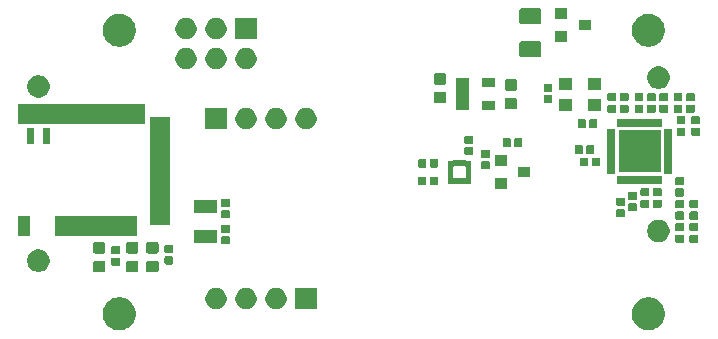
<source format=gts>
G04 #@! TF.GenerationSoftware,KiCad,Pcbnew,5.1.5-52549c5~84~ubuntu18.04.1*
G04 #@! TF.CreationDate,2020-01-10T15:39:39+05:30*
G04 #@! TF.ProjectId,senseEle_PCB_Antenna_rev2,73656e73-6545-46c6-955f-5043425f416e,rev?*
G04 #@! TF.SameCoordinates,Original*
G04 #@! TF.FileFunction,Soldermask,Top*
G04 #@! TF.FilePolarity,Negative*
%FSLAX46Y46*%
G04 Gerber Fmt 4.6, Leading zero omitted, Abs format (unit mm)*
G04 Created by KiCad (PCBNEW 5.1.5-52549c5~84~ubuntu18.04.1) date 2020-01-10 15:39:39*
%MOMM*%
%LPD*%
G04 APERTURE LIST*
%ADD10C,0.100000*%
G04 APERTURE END LIST*
D10*
G36*
X43318433Y-43134893D02*
G01*
X43408657Y-43152839D01*
X43514267Y-43196585D01*
X43663621Y-43258449D01*
X43663622Y-43258450D01*
X43893086Y-43411772D01*
X44088228Y-43606914D01*
X44114868Y-43646784D01*
X44241551Y-43836379D01*
X44276127Y-43919853D01*
X44345104Y-44086376D01*
X44347161Y-44091344D01*
X44401000Y-44362012D01*
X44401000Y-44637988D01*
X44347161Y-44908656D01*
X44241551Y-45163621D01*
X44241550Y-45163622D01*
X44088228Y-45393086D01*
X43893086Y-45588228D01*
X43739763Y-45690675D01*
X43663621Y-45741551D01*
X43514267Y-45803415D01*
X43408657Y-45847161D01*
X43318433Y-45865107D01*
X43137988Y-45901000D01*
X42862012Y-45901000D01*
X42681567Y-45865107D01*
X42591343Y-45847161D01*
X42485733Y-45803415D01*
X42336379Y-45741551D01*
X42260237Y-45690675D01*
X42106914Y-45588228D01*
X41911772Y-45393086D01*
X41758450Y-45163622D01*
X41758449Y-45163621D01*
X41652839Y-44908656D01*
X41599000Y-44637988D01*
X41599000Y-44362012D01*
X41652839Y-44091344D01*
X41654897Y-44086376D01*
X41723873Y-43919853D01*
X41758449Y-43836379D01*
X41885132Y-43646784D01*
X41911772Y-43606914D01*
X42106914Y-43411772D01*
X42336378Y-43258450D01*
X42336379Y-43258449D01*
X42485733Y-43196585D01*
X42591343Y-43152839D01*
X42681567Y-43134893D01*
X42862012Y-43099000D01*
X43137988Y-43099000D01*
X43318433Y-43134893D01*
G37*
G36*
X-1481567Y-43134893D02*
G01*
X-1391343Y-43152839D01*
X-1285733Y-43196585D01*
X-1136379Y-43258449D01*
X-1136378Y-43258450D01*
X-906914Y-43411772D01*
X-711772Y-43606914D01*
X-685132Y-43646784D01*
X-558449Y-43836379D01*
X-523873Y-43919853D01*
X-454896Y-44086376D01*
X-452839Y-44091344D01*
X-399000Y-44362012D01*
X-399000Y-44637988D01*
X-452839Y-44908656D01*
X-558449Y-45163621D01*
X-558450Y-45163622D01*
X-711772Y-45393086D01*
X-906914Y-45588228D01*
X-1060237Y-45690675D01*
X-1136379Y-45741551D01*
X-1285733Y-45803415D01*
X-1391343Y-45847161D01*
X-1481567Y-45865107D01*
X-1662012Y-45901000D01*
X-1937988Y-45901000D01*
X-2118433Y-45865107D01*
X-2208657Y-45847161D01*
X-2314267Y-45803415D01*
X-2463621Y-45741551D01*
X-2539763Y-45690675D01*
X-2693086Y-45588228D01*
X-2888228Y-45393086D01*
X-3041550Y-45163622D01*
X-3041551Y-45163621D01*
X-3147161Y-44908656D01*
X-3201000Y-44637988D01*
X-3201000Y-44362012D01*
X-3147161Y-44091344D01*
X-3145103Y-44086376D01*
X-3076127Y-43919853D01*
X-3041551Y-43836379D01*
X-2914868Y-43646784D01*
X-2888228Y-43606914D01*
X-2693086Y-43411772D01*
X-2463622Y-43258450D01*
X-2463621Y-43258449D01*
X-2314267Y-43196585D01*
X-2208657Y-43152839D01*
X-2118433Y-43134893D01*
X-1937988Y-43099000D01*
X-1662012Y-43099000D01*
X-1481567Y-43134893D01*
G37*
G36*
X11583512Y-42323927D02*
G01*
X11732812Y-42353624D01*
X11896784Y-42421544D01*
X12044354Y-42520147D01*
X12169853Y-42645646D01*
X12268456Y-42793216D01*
X12336376Y-42957188D01*
X12371000Y-43131259D01*
X12371000Y-43308741D01*
X12336376Y-43482812D01*
X12268456Y-43646784D01*
X12169853Y-43794354D01*
X12044354Y-43919853D01*
X11896784Y-44018456D01*
X11732812Y-44086376D01*
X11583512Y-44116073D01*
X11558742Y-44121000D01*
X11381258Y-44121000D01*
X11356488Y-44116073D01*
X11207188Y-44086376D01*
X11043216Y-44018456D01*
X10895646Y-43919853D01*
X10770147Y-43794354D01*
X10671544Y-43646784D01*
X10603624Y-43482812D01*
X10569000Y-43308741D01*
X10569000Y-43131259D01*
X10603624Y-42957188D01*
X10671544Y-42793216D01*
X10770147Y-42645646D01*
X10895646Y-42520147D01*
X11043216Y-42421544D01*
X11207188Y-42353624D01*
X11356488Y-42323927D01*
X11381258Y-42319000D01*
X11558742Y-42319000D01*
X11583512Y-42323927D01*
G37*
G36*
X14911000Y-44121000D02*
G01*
X13109000Y-44121000D01*
X13109000Y-42319000D01*
X14911000Y-42319000D01*
X14911000Y-44121000D01*
G37*
G36*
X6503512Y-42323927D02*
G01*
X6652812Y-42353624D01*
X6816784Y-42421544D01*
X6964354Y-42520147D01*
X7089853Y-42645646D01*
X7188456Y-42793216D01*
X7256376Y-42957188D01*
X7291000Y-43131259D01*
X7291000Y-43308741D01*
X7256376Y-43482812D01*
X7188456Y-43646784D01*
X7089853Y-43794354D01*
X6964354Y-43919853D01*
X6816784Y-44018456D01*
X6652812Y-44086376D01*
X6503512Y-44116073D01*
X6478742Y-44121000D01*
X6301258Y-44121000D01*
X6276488Y-44116073D01*
X6127188Y-44086376D01*
X5963216Y-44018456D01*
X5815646Y-43919853D01*
X5690147Y-43794354D01*
X5591544Y-43646784D01*
X5523624Y-43482812D01*
X5489000Y-43308741D01*
X5489000Y-43131259D01*
X5523624Y-42957188D01*
X5591544Y-42793216D01*
X5690147Y-42645646D01*
X5815646Y-42520147D01*
X5963216Y-42421544D01*
X6127188Y-42353624D01*
X6276488Y-42323927D01*
X6301258Y-42319000D01*
X6478742Y-42319000D01*
X6503512Y-42323927D01*
G37*
G36*
X9043512Y-42323927D02*
G01*
X9192812Y-42353624D01*
X9356784Y-42421544D01*
X9504354Y-42520147D01*
X9629853Y-42645646D01*
X9728456Y-42793216D01*
X9796376Y-42957188D01*
X9831000Y-43131259D01*
X9831000Y-43308741D01*
X9796376Y-43482812D01*
X9728456Y-43646784D01*
X9629853Y-43794354D01*
X9504354Y-43919853D01*
X9356784Y-44018456D01*
X9192812Y-44086376D01*
X9043512Y-44116073D01*
X9018742Y-44121000D01*
X8841258Y-44121000D01*
X8816488Y-44116073D01*
X8667188Y-44086376D01*
X8503216Y-44018456D01*
X8355646Y-43919853D01*
X8230147Y-43794354D01*
X8131544Y-43646784D01*
X8063624Y-43482812D01*
X8029000Y-43308741D01*
X8029000Y-43131259D01*
X8063624Y-42957188D01*
X8131544Y-42793216D01*
X8230147Y-42645646D01*
X8355646Y-42520147D01*
X8503216Y-42421544D01*
X8667188Y-42353624D01*
X8816488Y-42323927D01*
X8841258Y-42319000D01*
X9018742Y-42319000D01*
X9043512Y-42323927D01*
G37*
G36*
X-3120409Y-40003085D02*
G01*
X-3086431Y-40013393D01*
X-3055110Y-40030134D01*
X-3027661Y-40052661D01*
X-3005134Y-40080110D01*
X-2988393Y-40111431D01*
X-2978085Y-40145409D01*
X-2974000Y-40186890D01*
X-2974000Y-40788110D01*
X-2978085Y-40829591D01*
X-2988393Y-40863569D01*
X-3005134Y-40894890D01*
X-3027661Y-40922339D01*
X-3055110Y-40944866D01*
X-3086431Y-40961607D01*
X-3120409Y-40971915D01*
X-3161890Y-40976000D01*
X-3838110Y-40976000D01*
X-3879591Y-40971915D01*
X-3913569Y-40961607D01*
X-3944890Y-40944866D01*
X-3972339Y-40922339D01*
X-3994866Y-40894890D01*
X-4011607Y-40863569D01*
X-4021915Y-40829591D01*
X-4026000Y-40788110D01*
X-4026000Y-40186890D01*
X-4021915Y-40145409D01*
X-4011607Y-40111431D01*
X-3994866Y-40080110D01*
X-3972339Y-40052661D01*
X-3944890Y-40030134D01*
X-3913569Y-40013393D01*
X-3879591Y-40003085D01*
X-3838110Y-39999000D01*
X-3161890Y-39999000D01*
X-3120409Y-40003085D01*
G37*
G36*
X-320409Y-40003085D02*
G01*
X-286431Y-40013393D01*
X-255110Y-40030134D01*
X-227661Y-40052661D01*
X-205134Y-40080110D01*
X-188393Y-40111431D01*
X-178085Y-40145409D01*
X-174000Y-40186890D01*
X-174000Y-40788110D01*
X-178085Y-40829591D01*
X-188393Y-40863569D01*
X-205134Y-40894890D01*
X-227661Y-40922339D01*
X-255110Y-40944866D01*
X-286431Y-40961607D01*
X-320409Y-40971915D01*
X-361890Y-40976000D01*
X-1038110Y-40976000D01*
X-1079591Y-40971915D01*
X-1113569Y-40961607D01*
X-1144890Y-40944866D01*
X-1172339Y-40922339D01*
X-1194866Y-40894890D01*
X-1211607Y-40863569D01*
X-1221915Y-40829591D01*
X-1226000Y-40788110D01*
X-1226000Y-40186890D01*
X-1221915Y-40145409D01*
X-1211607Y-40111431D01*
X-1194866Y-40080110D01*
X-1172339Y-40052661D01*
X-1144890Y-40030134D01*
X-1113569Y-40013393D01*
X-1079591Y-40003085D01*
X-1038110Y-39999000D01*
X-361890Y-39999000D01*
X-320409Y-40003085D01*
G37*
G36*
X1379591Y-40003085D02*
G01*
X1413569Y-40013393D01*
X1444890Y-40030134D01*
X1472339Y-40052661D01*
X1494866Y-40080110D01*
X1511607Y-40111431D01*
X1521915Y-40145409D01*
X1526000Y-40186890D01*
X1526000Y-40788110D01*
X1521915Y-40829591D01*
X1511607Y-40863569D01*
X1494866Y-40894890D01*
X1472339Y-40922339D01*
X1444890Y-40944866D01*
X1413569Y-40961607D01*
X1379591Y-40971915D01*
X1338110Y-40976000D01*
X661890Y-40976000D01*
X620409Y-40971915D01*
X586431Y-40961607D01*
X555110Y-40944866D01*
X527661Y-40922339D01*
X505134Y-40894890D01*
X488393Y-40863569D01*
X478085Y-40829591D01*
X474000Y-40788110D01*
X474000Y-40186890D01*
X478085Y-40145409D01*
X488393Y-40111431D01*
X505134Y-40080110D01*
X527661Y-40052661D01*
X555110Y-40030134D01*
X586431Y-40013393D01*
X620409Y-40003085D01*
X661890Y-39999000D01*
X1338110Y-39999000D01*
X1379591Y-40003085D01*
G37*
G36*
X-8372605Y-39085546D02*
G01*
X-8199534Y-39157234D01*
X-8128944Y-39204401D01*
X-8043773Y-39261310D01*
X-7911310Y-39393773D01*
X-7885872Y-39431844D01*
X-7807234Y-39549534D01*
X-7735546Y-39722605D01*
X-7699000Y-39906333D01*
X-7699000Y-40093667D01*
X-7735546Y-40277395D01*
X-7807234Y-40450466D01*
X-7807235Y-40450467D01*
X-7911310Y-40606227D01*
X-8043773Y-40738690D01*
X-8104702Y-40779401D01*
X-8199534Y-40842766D01*
X-8372605Y-40914454D01*
X-8556333Y-40951000D01*
X-8743667Y-40951000D01*
X-8927395Y-40914454D01*
X-9100466Y-40842766D01*
X-9195298Y-40779401D01*
X-9256227Y-40738690D01*
X-9388690Y-40606227D01*
X-9492765Y-40450467D01*
X-9492766Y-40450466D01*
X-9564454Y-40277395D01*
X-9601000Y-40093667D01*
X-9601000Y-39906333D01*
X-9564454Y-39722605D01*
X-9492766Y-39549534D01*
X-9414128Y-39431844D01*
X-9388690Y-39393773D01*
X-9256227Y-39261310D01*
X-9171056Y-39204401D01*
X-9100466Y-39157234D01*
X-8927395Y-39085546D01*
X-8743667Y-39049000D01*
X-8556333Y-39049000D01*
X-8372605Y-39085546D01*
G37*
G36*
X-1818062Y-39741716D02*
G01*
X-1797443Y-39747971D01*
X-1778447Y-39758124D01*
X-1761792Y-39771792D01*
X-1748124Y-39788447D01*
X-1737971Y-39807443D01*
X-1731716Y-39828062D01*
X-1729000Y-39855640D01*
X-1729000Y-40314360D01*
X-1731716Y-40341938D01*
X-1737971Y-40362557D01*
X-1748124Y-40381553D01*
X-1761792Y-40398208D01*
X-1778447Y-40411876D01*
X-1797443Y-40422029D01*
X-1818062Y-40428284D01*
X-1845640Y-40431000D01*
X-2354360Y-40431000D01*
X-2381938Y-40428284D01*
X-2402557Y-40422029D01*
X-2421553Y-40411876D01*
X-2438208Y-40398208D01*
X-2451876Y-40381553D01*
X-2462029Y-40362557D01*
X-2468284Y-40341938D01*
X-2471000Y-40314360D01*
X-2471000Y-39855640D01*
X-2468284Y-39828062D01*
X-2462029Y-39807443D01*
X-2451876Y-39788447D01*
X-2438208Y-39771792D01*
X-2421553Y-39758124D01*
X-2402557Y-39747971D01*
X-2381938Y-39741716D01*
X-2354360Y-39739000D01*
X-1845640Y-39739000D01*
X-1818062Y-39741716D01*
G37*
G36*
X2681938Y-39641716D02*
G01*
X2702557Y-39647971D01*
X2721553Y-39658124D01*
X2738208Y-39671792D01*
X2751876Y-39688447D01*
X2762029Y-39707443D01*
X2768284Y-39728062D01*
X2771000Y-39755640D01*
X2771000Y-40214360D01*
X2768284Y-40241938D01*
X2762029Y-40262557D01*
X2751876Y-40281553D01*
X2738208Y-40298208D01*
X2721553Y-40311876D01*
X2702557Y-40322029D01*
X2681938Y-40328284D01*
X2654360Y-40331000D01*
X2145640Y-40331000D01*
X2118062Y-40328284D01*
X2097443Y-40322029D01*
X2078447Y-40311876D01*
X2061792Y-40298208D01*
X2048124Y-40281553D01*
X2037971Y-40262557D01*
X2031716Y-40241938D01*
X2029000Y-40214360D01*
X2029000Y-39755640D01*
X2031716Y-39728062D01*
X2037971Y-39707443D01*
X2048124Y-39688447D01*
X2061792Y-39671792D01*
X2078447Y-39658124D01*
X2097443Y-39647971D01*
X2118062Y-39641716D01*
X2145640Y-39639000D01*
X2654360Y-39639000D01*
X2681938Y-39641716D01*
G37*
G36*
X-1818062Y-38771716D02*
G01*
X-1797443Y-38777971D01*
X-1778447Y-38788124D01*
X-1761792Y-38801792D01*
X-1748124Y-38818447D01*
X-1737971Y-38837443D01*
X-1731716Y-38858062D01*
X-1729000Y-38885640D01*
X-1729000Y-39344360D01*
X-1731716Y-39371938D01*
X-1737971Y-39392557D01*
X-1748124Y-39411553D01*
X-1761792Y-39428208D01*
X-1778447Y-39441876D01*
X-1797443Y-39452029D01*
X-1818062Y-39458284D01*
X-1845640Y-39461000D01*
X-2354360Y-39461000D01*
X-2381938Y-39458284D01*
X-2402557Y-39452029D01*
X-2421553Y-39441876D01*
X-2438208Y-39428208D01*
X-2451876Y-39411553D01*
X-2462029Y-39392557D01*
X-2468284Y-39371938D01*
X-2471000Y-39344360D01*
X-2471000Y-38885640D01*
X-2468284Y-38858062D01*
X-2462029Y-38837443D01*
X-2451876Y-38818447D01*
X-2438208Y-38801792D01*
X-2421553Y-38788124D01*
X-2402557Y-38777971D01*
X-2381938Y-38771716D01*
X-2354360Y-38769000D01*
X-1845640Y-38769000D01*
X-1818062Y-38771716D01*
G37*
G36*
X-3120409Y-38428085D02*
G01*
X-3086431Y-38438393D01*
X-3055110Y-38455134D01*
X-3027661Y-38477661D01*
X-3005134Y-38505110D01*
X-2988393Y-38536431D01*
X-2978085Y-38570409D01*
X-2974000Y-38611890D01*
X-2974000Y-39213110D01*
X-2978085Y-39254591D01*
X-2988393Y-39288569D01*
X-3005134Y-39319890D01*
X-3027661Y-39347339D01*
X-3055110Y-39369866D01*
X-3086431Y-39386607D01*
X-3120409Y-39396915D01*
X-3161890Y-39401000D01*
X-3838110Y-39401000D01*
X-3879591Y-39396915D01*
X-3913569Y-39386607D01*
X-3944890Y-39369866D01*
X-3972339Y-39347339D01*
X-3994866Y-39319890D01*
X-4011607Y-39288569D01*
X-4021915Y-39254591D01*
X-4026000Y-39213110D01*
X-4026000Y-38611890D01*
X-4021915Y-38570409D01*
X-4011607Y-38536431D01*
X-3994866Y-38505110D01*
X-3972339Y-38477661D01*
X-3944890Y-38455134D01*
X-3913569Y-38438393D01*
X-3879591Y-38428085D01*
X-3838110Y-38424000D01*
X-3161890Y-38424000D01*
X-3120409Y-38428085D01*
G37*
G36*
X-320409Y-38428085D02*
G01*
X-286431Y-38438393D01*
X-255110Y-38455134D01*
X-227661Y-38477661D01*
X-205134Y-38505110D01*
X-188393Y-38536431D01*
X-178085Y-38570409D01*
X-174000Y-38611890D01*
X-174000Y-39213110D01*
X-178085Y-39254591D01*
X-188393Y-39288569D01*
X-205134Y-39319890D01*
X-227661Y-39347339D01*
X-255110Y-39369866D01*
X-286431Y-39386607D01*
X-320409Y-39396915D01*
X-361890Y-39401000D01*
X-1038110Y-39401000D01*
X-1079591Y-39396915D01*
X-1113569Y-39386607D01*
X-1144890Y-39369866D01*
X-1172339Y-39347339D01*
X-1194866Y-39319890D01*
X-1211607Y-39288569D01*
X-1221915Y-39254591D01*
X-1226000Y-39213110D01*
X-1226000Y-38611890D01*
X-1221915Y-38570409D01*
X-1211607Y-38536431D01*
X-1194866Y-38505110D01*
X-1172339Y-38477661D01*
X-1144890Y-38455134D01*
X-1113569Y-38438393D01*
X-1079591Y-38428085D01*
X-1038110Y-38424000D01*
X-361890Y-38424000D01*
X-320409Y-38428085D01*
G37*
G36*
X1379591Y-38428085D02*
G01*
X1413569Y-38438393D01*
X1444890Y-38455134D01*
X1472339Y-38477661D01*
X1494866Y-38505110D01*
X1511607Y-38536431D01*
X1521915Y-38570409D01*
X1526000Y-38611890D01*
X1526000Y-39213110D01*
X1521915Y-39254591D01*
X1511607Y-39288569D01*
X1494866Y-39319890D01*
X1472339Y-39347339D01*
X1444890Y-39369866D01*
X1413569Y-39386607D01*
X1379591Y-39396915D01*
X1338110Y-39401000D01*
X661890Y-39401000D01*
X620409Y-39396915D01*
X586431Y-39386607D01*
X555110Y-39369866D01*
X527661Y-39347339D01*
X505134Y-39319890D01*
X488393Y-39288569D01*
X478085Y-39254591D01*
X474000Y-39213110D01*
X474000Y-38611890D01*
X478085Y-38570409D01*
X488393Y-38536431D01*
X505134Y-38505110D01*
X527661Y-38477661D01*
X555110Y-38455134D01*
X586431Y-38438393D01*
X620409Y-38428085D01*
X661890Y-38424000D01*
X1338110Y-38424000D01*
X1379591Y-38428085D01*
G37*
G36*
X2681938Y-38671716D02*
G01*
X2702557Y-38677971D01*
X2721553Y-38688124D01*
X2738208Y-38701792D01*
X2751876Y-38718447D01*
X2762029Y-38737443D01*
X2768284Y-38758062D01*
X2771000Y-38785640D01*
X2771000Y-39244360D01*
X2768284Y-39271938D01*
X2762029Y-39292557D01*
X2751876Y-39311553D01*
X2738208Y-39328208D01*
X2721553Y-39341876D01*
X2702557Y-39352029D01*
X2681938Y-39358284D01*
X2654360Y-39361000D01*
X2145640Y-39361000D01*
X2118062Y-39358284D01*
X2097443Y-39352029D01*
X2078447Y-39341876D01*
X2061792Y-39328208D01*
X2048124Y-39311553D01*
X2037971Y-39292557D01*
X2031716Y-39271938D01*
X2029000Y-39244360D01*
X2029000Y-38785640D01*
X2031716Y-38758062D01*
X2037971Y-38737443D01*
X2048124Y-38718447D01*
X2061792Y-38701792D01*
X2078447Y-38688124D01*
X2097443Y-38677971D01*
X2118062Y-38671716D01*
X2145640Y-38669000D01*
X2654360Y-38669000D01*
X2681938Y-38671716D01*
G37*
G36*
X7481938Y-37941716D02*
G01*
X7502557Y-37947971D01*
X7521553Y-37958124D01*
X7538208Y-37971792D01*
X7551876Y-37988447D01*
X7562029Y-38007443D01*
X7568284Y-38028062D01*
X7571000Y-38055640D01*
X7571000Y-38514360D01*
X7568284Y-38541938D01*
X7562029Y-38562557D01*
X7551876Y-38581553D01*
X7538208Y-38598208D01*
X7521553Y-38611876D01*
X7502557Y-38622029D01*
X7481938Y-38628284D01*
X7454360Y-38631000D01*
X6945640Y-38631000D01*
X6918062Y-38628284D01*
X6897443Y-38622029D01*
X6878447Y-38611876D01*
X6861792Y-38598208D01*
X6848124Y-38581553D01*
X6837971Y-38562557D01*
X6831716Y-38541938D01*
X6829000Y-38514360D01*
X6829000Y-38055640D01*
X6831716Y-38028062D01*
X6837971Y-38007443D01*
X6848124Y-37988447D01*
X6861792Y-37971792D01*
X6878447Y-37958124D01*
X6897443Y-37947971D01*
X6918062Y-37941716D01*
X6945640Y-37939000D01*
X7454360Y-37939000D01*
X7481938Y-37941716D01*
G37*
G36*
X6451000Y-38501000D02*
G01*
X4549000Y-38501000D01*
X4549000Y-37399000D01*
X6451000Y-37399000D01*
X6451000Y-38501000D01*
G37*
G36*
X45931938Y-37791716D02*
G01*
X45952557Y-37797971D01*
X45971553Y-37808124D01*
X45988208Y-37821792D01*
X46001876Y-37838447D01*
X46012029Y-37857443D01*
X46018284Y-37878062D01*
X46021000Y-37905640D01*
X46021000Y-38364360D01*
X46018284Y-38391938D01*
X46012029Y-38412557D01*
X46001876Y-38431553D01*
X45988208Y-38448208D01*
X45971553Y-38461876D01*
X45952557Y-38472029D01*
X45931938Y-38478284D01*
X45904360Y-38481000D01*
X45395640Y-38481000D01*
X45368062Y-38478284D01*
X45347443Y-38472029D01*
X45328447Y-38461876D01*
X45311792Y-38448208D01*
X45298124Y-38431553D01*
X45287971Y-38412557D01*
X45281716Y-38391938D01*
X45279000Y-38364360D01*
X45279000Y-37905640D01*
X45281716Y-37878062D01*
X45287971Y-37857443D01*
X45298124Y-37838447D01*
X45311792Y-37821792D01*
X45328447Y-37808124D01*
X45347443Y-37797971D01*
X45368062Y-37791716D01*
X45395640Y-37789000D01*
X45904360Y-37789000D01*
X45931938Y-37791716D01*
G37*
G36*
X47131938Y-37791716D02*
G01*
X47152557Y-37797971D01*
X47171553Y-37808124D01*
X47188208Y-37821792D01*
X47201876Y-37838447D01*
X47212029Y-37857443D01*
X47218284Y-37878062D01*
X47221000Y-37905640D01*
X47221000Y-38364360D01*
X47218284Y-38391938D01*
X47212029Y-38412557D01*
X47201876Y-38431553D01*
X47188208Y-38448208D01*
X47171553Y-38461876D01*
X47152557Y-38472029D01*
X47131938Y-38478284D01*
X47104360Y-38481000D01*
X46595640Y-38481000D01*
X46568062Y-38478284D01*
X46547443Y-38472029D01*
X46528447Y-38461876D01*
X46511792Y-38448208D01*
X46498124Y-38431553D01*
X46487971Y-38412557D01*
X46481716Y-38391938D01*
X46479000Y-38364360D01*
X46479000Y-37905640D01*
X46481716Y-37878062D01*
X46487971Y-37857443D01*
X46498124Y-37838447D01*
X46511792Y-37821792D01*
X46528447Y-37808124D01*
X46547443Y-37797971D01*
X46568062Y-37791716D01*
X46595640Y-37789000D01*
X47104360Y-37789000D01*
X47131938Y-37791716D01*
G37*
G36*
X44127395Y-36585546D02*
G01*
X44300466Y-36657234D01*
X44300467Y-36657235D01*
X44456227Y-36761310D01*
X44588690Y-36893773D01*
X44610087Y-36925796D01*
X44692766Y-37049534D01*
X44764454Y-37222605D01*
X44801000Y-37406333D01*
X44801000Y-37593667D01*
X44764454Y-37777395D01*
X44692766Y-37950466D01*
X44692765Y-37950467D01*
X44588690Y-38106227D01*
X44456227Y-38238690D01*
X44377818Y-38291081D01*
X44300466Y-38342766D01*
X44127395Y-38414454D01*
X43943667Y-38451000D01*
X43756333Y-38451000D01*
X43572605Y-38414454D01*
X43399534Y-38342766D01*
X43322182Y-38291081D01*
X43243773Y-38238690D01*
X43111310Y-38106227D01*
X43007235Y-37950467D01*
X43007234Y-37950466D01*
X42935546Y-37777395D01*
X42899000Y-37593667D01*
X42899000Y-37406333D01*
X42935546Y-37222605D01*
X43007234Y-37049534D01*
X43089913Y-36925796D01*
X43111310Y-36893773D01*
X43243773Y-36761310D01*
X43399533Y-36657235D01*
X43399534Y-36657234D01*
X43572605Y-36585546D01*
X43756333Y-36549000D01*
X43943667Y-36549000D01*
X44127395Y-36585546D01*
G37*
G36*
X-299000Y-37951000D02*
G01*
X-7201000Y-37951000D01*
X-7201000Y-36249000D01*
X-299000Y-36249000D01*
X-299000Y-37951000D01*
G37*
G36*
X-9399000Y-37951000D02*
G01*
X-10401000Y-37951000D01*
X-10401000Y-36249000D01*
X-9399000Y-36249000D01*
X-9399000Y-37951000D01*
G37*
G36*
X7481938Y-36971716D02*
G01*
X7502557Y-36977971D01*
X7521553Y-36988124D01*
X7538208Y-37001792D01*
X7551876Y-37018447D01*
X7562029Y-37037443D01*
X7568284Y-37058062D01*
X7571000Y-37085640D01*
X7571000Y-37544360D01*
X7568284Y-37571938D01*
X7562029Y-37592557D01*
X7551876Y-37611553D01*
X7538208Y-37628208D01*
X7521553Y-37641876D01*
X7502557Y-37652029D01*
X7481938Y-37658284D01*
X7454360Y-37661000D01*
X6945640Y-37661000D01*
X6918062Y-37658284D01*
X6897443Y-37652029D01*
X6878447Y-37641876D01*
X6861792Y-37628208D01*
X6848124Y-37611553D01*
X6837971Y-37592557D01*
X6831716Y-37571938D01*
X6829000Y-37544360D01*
X6829000Y-37085640D01*
X6831716Y-37058062D01*
X6837971Y-37037443D01*
X6848124Y-37018447D01*
X6861792Y-37001792D01*
X6878447Y-36988124D01*
X6897443Y-36977971D01*
X6918062Y-36971716D01*
X6945640Y-36969000D01*
X7454360Y-36969000D01*
X7481938Y-36971716D01*
G37*
G36*
X47131938Y-36821716D02*
G01*
X47152557Y-36827971D01*
X47171553Y-36838124D01*
X47188208Y-36851792D01*
X47201876Y-36868447D01*
X47212029Y-36887443D01*
X47218284Y-36908062D01*
X47221000Y-36935640D01*
X47221000Y-37394360D01*
X47218284Y-37421938D01*
X47212029Y-37442557D01*
X47201876Y-37461553D01*
X47188208Y-37478208D01*
X47171553Y-37491876D01*
X47152557Y-37502029D01*
X47131938Y-37508284D01*
X47104360Y-37511000D01*
X46595640Y-37511000D01*
X46568062Y-37508284D01*
X46547443Y-37502029D01*
X46528447Y-37491876D01*
X46511792Y-37478208D01*
X46498124Y-37461553D01*
X46487971Y-37442557D01*
X46481716Y-37421938D01*
X46479000Y-37394360D01*
X46479000Y-36935640D01*
X46481716Y-36908062D01*
X46487971Y-36887443D01*
X46498124Y-36868447D01*
X46511792Y-36851792D01*
X46528447Y-36838124D01*
X46547443Y-36827971D01*
X46568062Y-36821716D01*
X46595640Y-36819000D01*
X47104360Y-36819000D01*
X47131938Y-36821716D01*
G37*
G36*
X45931938Y-36821716D02*
G01*
X45952557Y-36827971D01*
X45971553Y-36838124D01*
X45988208Y-36851792D01*
X46001876Y-36868447D01*
X46012029Y-36887443D01*
X46018284Y-36908062D01*
X46021000Y-36935640D01*
X46021000Y-37394360D01*
X46018284Y-37421938D01*
X46012029Y-37442557D01*
X46001876Y-37461553D01*
X45988208Y-37478208D01*
X45971553Y-37491876D01*
X45952557Y-37502029D01*
X45931938Y-37508284D01*
X45904360Y-37511000D01*
X45395640Y-37511000D01*
X45368062Y-37508284D01*
X45347443Y-37502029D01*
X45328447Y-37491876D01*
X45311792Y-37478208D01*
X45298124Y-37461553D01*
X45287971Y-37442557D01*
X45281716Y-37421938D01*
X45279000Y-37394360D01*
X45279000Y-36935640D01*
X45281716Y-36908062D01*
X45287971Y-36887443D01*
X45298124Y-36868447D01*
X45311792Y-36851792D01*
X45328447Y-36838124D01*
X45347443Y-36827971D01*
X45368062Y-36821716D01*
X45395640Y-36819000D01*
X45904360Y-36819000D01*
X45931938Y-36821716D01*
G37*
G36*
X2501000Y-36951000D02*
G01*
X799000Y-36951000D01*
X799000Y-27849000D01*
X2501000Y-27849000D01*
X2501000Y-36951000D01*
G37*
G36*
X45931938Y-35841716D02*
G01*
X45952557Y-35847971D01*
X45971553Y-35858124D01*
X45988208Y-35871792D01*
X46001876Y-35888447D01*
X46012029Y-35907443D01*
X46018284Y-35928062D01*
X46021000Y-35955640D01*
X46021000Y-36414360D01*
X46018284Y-36441938D01*
X46012029Y-36462557D01*
X46001876Y-36481553D01*
X45988208Y-36498208D01*
X45971553Y-36511876D01*
X45952557Y-36522029D01*
X45931938Y-36528284D01*
X45904360Y-36531000D01*
X45395640Y-36531000D01*
X45368062Y-36528284D01*
X45347443Y-36522029D01*
X45328447Y-36511876D01*
X45311792Y-36498208D01*
X45298124Y-36481553D01*
X45287971Y-36462557D01*
X45281716Y-36441938D01*
X45279000Y-36414360D01*
X45279000Y-35955640D01*
X45281716Y-35928062D01*
X45287971Y-35907443D01*
X45298124Y-35888447D01*
X45311792Y-35871792D01*
X45328447Y-35858124D01*
X45347443Y-35847971D01*
X45368062Y-35841716D01*
X45395640Y-35839000D01*
X45904360Y-35839000D01*
X45931938Y-35841716D01*
G37*
G36*
X47131938Y-35841716D02*
G01*
X47152557Y-35847971D01*
X47171553Y-35858124D01*
X47188208Y-35871792D01*
X47201876Y-35888447D01*
X47212029Y-35907443D01*
X47218284Y-35928062D01*
X47221000Y-35955640D01*
X47221000Y-36414360D01*
X47218284Y-36441938D01*
X47212029Y-36462557D01*
X47201876Y-36481553D01*
X47188208Y-36498208D01*
X47171553Y-36511876D01*
X47152557Y-36522029D01*
X47131938Y-36528284D01*
X47104360Y-36531000D01*
X46595640Y-36531000D01*
X46568062Y-36528284D01*
X46547443Y-36522029D01*
X46528447Y-36511876D01*
X46511792Y-36498208D01*
X46498124Y-36481553D01*
X46487971Y-36462557D01*
X46481716Y-36441938D01*
X46479000Y-36414360D01*
X46479000Y-35955640D01*
X46481716Y-35928062D01*
X46487971Y-35907443D01*
X46498124Y-35888447D01*
X46511792Y-35871792D01*
X46528447Y-35858124D01*
X46547443Y-35847971D01*
X46568062Y-35841716D01*
X46595640Y-35839000D01*
X47104360Y-35839000D01*
X47131938Y-35841716D01*
G37*
G36*
X7481938Y-35741716D02*
G01*
X7502557Y-35747971D01*
X7521553Y-35758124D01*
X7538208Y-35771792D01*
X7551876Y-35788447D01*
X7562029Y-35807443D01*
X7568284Y-35828062D01*
X7571000Y-35855640D01*
X7571000Y-36314360D01*
X7568284Y-36341938D01*
X7562029Y-36362557D01*
X7551876Y-36381553D01*
X7538208Y-36398208D01*
X7521553Y-36411876D01*
X7502557Y-36422029D01*
X7481938Y-36428284D01*
X7454360Y-36431000D01*
X6945640Y-36431000D01*
X6918062Y-36428284D01*
X6897443Y-36422029D01*
X6878447Y-36411876D01*
X6861792Y-36398208D01*
X6848124Y-36381553D01*
X6837971Y-36362557D01*
X6831716Y-36341938D01*
X6829000Y-36314360D01*
X6829000Y-35855640D01*
X6831716Y-35828062D01*
X6837971Y-35807443D01*
X6848124Y-35788447D01*
X6861792Y-35771792D01*
X6878447Y-35758124D01*
X6897443Y-35747971D01*
X6918062Y-35741716D01*
X6945640Y-35739000D01*
X7454360Y-35739000D01*
X7481938Y-35741716D01*
G37*
G36*
X40931938Y-35641716D02*
G01*
X40952557Y-35647971D01*
X40971553Y-35658124D01*
X40988208Y-35671792D01*
X41001876Y-35688447D01*
X41012029Y-35707443D01*
X41018284Y-35728062D01*
X41021000Y-35755640D01*
X41021000Y-36214360D01*
X41018284Y-36241938D01*
X41012029Y-36262557D01*
X41001876Y-36281553D01*
X40988208Y-36298208D01*
X40971553Y-36311876D01*
X40952557Y-36322029D01*
X40931938Y-36328284D01*
X40904360Y-36331000D01*
X40395640Y-36331000D01*
X40368062Y-36328284D01*
X40347443Y-36322029D01*
X40328447Y-36311876D01*
X40311792Y-36298208D01*
X40298124Y-36281553D01*
X40287971Y-36262557D01*
X40281716Y-36241938D01*
X40279000Y-36214360D01*
X40279000Y-35755640D01*
X40281716Y-35728062D01*
X40287971Y-35707443D01*
X40298124Y-35688447D01*
X40311792Y-35671792D01*
X40328447Y-35658124D01*
X40347443Y-35647971D01*
X40368062Y-35641716D01*
X40395640Y-35639000D01*
X40904360Y-35639000D01*
X40931938Y-35641716D01*
G37*
G36*
X6451000Y-36001000D02*
G01*
X4549000Y-36001000D01*
X4549000Y-34899000D01*
X6451000Y-34899000D01*
X6451000Y-36001000D01*
G37*
G36*
X41931938Y-35141716D02*
G01*
X41952557Y-35147971D01*
X41971553Y-35158124D01*
X41988208Y-35171792D01*
X42001876Y-35188447D01*
X42012029Y-35207443D01*
X42018284Y-35228062D01*
X42021000Y-35255640D01*
X42021000Y-35714360D01*
X42018284Y-35741938D01*
X42012029Y-35762557D01*
X42001876Y-35781553D01*
X41988208Y-35798208D01*
X41971553Y-35811876D01*
X41952557Y-35822029D01*
X41931938Y-35828284D01*
X41904360Y-35831000D01*
X41395640Y-35831000D01*
X41368062Y-35828284D01*
X41347443Y-35822029D01*
X41328447Y-35811876D01*
X41311792Y-35798208D01*
X41298124Y-35781553D01*
X41287971Y-35762557D01*
X41281716Y-35741938D01*
X41279000Y-35714360D01*
X41279000Y-35255640D01*
X41281716Y-35228062D01*
X41287971Y-35207443D01*
X41298124Y-35188447D01*
X41311792Y-35171792D01*
X41328447Y-35158124D01*
X41347443Y-35147971D01*
X41368062Y-35141716D01*
X41395640Y-35139000D01*
X41904360Y-35139000D01*
X41931938Y-35141716D01*
G37*
G36*
X47131938Y-34871716D02*
G01*
X47152557Y-34877971D01*
X47171553Y-34888124D01*
X47188208Y-34901792D01*
X47201876Y-34918447D01*
X47212029Y-34937443D01*
X47218284Y-34958062D01*
X47221000Y-34985640D01*
X47221000Y-35444360D01*
X47218284Y-35471938D01*
X47212029Y-35492557D01*
X47201876Y-35511553D01*
X47188208Y-35528208D01*
X47171553Y-35541876D01*
X47152557Y-35552029D01*
X47131938Y-35558284D01*
X47104360Y-35561000D01*
X46595640Y-35561000D01*
X46568062Y-35558284D01*
X46547443Y-35552029D01*
X46528447Y-35541876D01*
X46511792Y-35528208D01*
X46498124Y-35511553D01*
X46487971Y-35492557D01*
X46481716Y-35471938D01*
X46479000Y-35444360D01*
X46479000Y-34985640D01*
X46481716Y-34958062D01*
X46487971Y-34937443D01*
X46498124Y-34918447D01*
X46511792Y-34901792D01*
X46528447Y-34888124D01*
X46547443Y-34877971D01*
X46568062Y-34871716D01*
X46595640Y-34869000D01*
X47104360Y-34869000D01*
X47131938Y-34871716D01*
G37*
G36*
X45931938Y-34871716D02*
G01*
X45952557Y-34877971D01*
X45971553Y-34888124D01*
X45988208Y-34901792D01*
X46001876Y-34918447D01*
X46012029Y-34937443D01*
X46018284Y-34958062D01*
X46021000Y-34985640D01*
X46021000Y-35444360D01*
X46018284Y-35471938D01*
X46012029Y-35492557D01*
X46001876Y-35511553D01*
X45988208Y-35528208D01*
X45971553Y-35541876D01*
X45952557Y-35552029D01*
X45931938Y-35558284D01*
X45904360Y-35561000D01*
X45395640Y-35561000D01*
X45368062Y-35558284D01*
X45347443Y-35552029D01*
X45328447Y-35541876D01*
X45311792Y-35528208D01*
X45298124Y-35511553D01*
X45287971Y-35492557D01*
X45281716Y-35471938D01*
X45279000Y-35444360D01*
X45279000Y-34985640D01*
X45281716Y-34958062D01*
X45287971Y-34937443D01*
X45298124Y-34918447D01*
X45311792Y-34901792D01*
X45328447Y-34888124D01*
X45347443Y-34877971D01*
X45368062Y-34871716D01*
X45395640Y-34869000D01*
X45904360Y-34869000D01*
X45931938Y-34871716D01*
G37*
G36*
X44031938Y-34841716D02*
G01*
X44052557Y-34847971D01*
X44071553Y-34858124D01*
X44088208Y-34871792D01*
X44101876Y-34888447D01*
X44112029Y-34907443D01*
X44118284Y-34928062D01*
X44121000Y-34955640D01*
X44121000Y-35414360D01*
X44118284Y-35441938D01*
X44112029Y-35462557D01*
X44101876Y-35481553D01*
X44088208Y-35498208D01*
X44071553Y-35511876D01*
X44052557Y-35522029D01*
X44031938Y-35528284D01*
X44004360Y-35531000D01*
X43495640Y-35531000D01*
X43468062Y-35528284D01*
X43447443Y-35522029D01*
X43428447Y-35511876D01*
X43411792Y-35498208D01*
X43398124Y-35481553D01*
X43387971Y-35462557D01*
X43381716Y-35441938D01*
X43379000Y-35414360D01*
X43379000Y-34955640D01*
X43381716Y-34928062D01*
X43387971Y-34907443D01*
X43398124Y-34888447D01*
X43411792Y-34871792D01*
X43428447Y-34858124D01*
X43447443Y-34847971D01*
X43468062Y-34841716D01*
X43495640Y-34839000D01*
X44004360Y-34839000D01*
X44031938Y-34841716D01*
G37*
G36*
X42981938Y-34841716D02*
G01*
X43002557Y-34847971D01*
X43021553Y-34858124D01*
X43038208Y-34871792D01*
X43051876Y-34888447D01*
X43062029Y-34907443D01*
X43068284Y-34928062D01*
X43071000Y-34955640D01*
X43071000Y-35414360D01*
X43068284Y-35441938D01*
X43062029Y-35462557D01*
X43051876Y-35481553D01*
X43038208Y-35498208D01*
X43021553Y-35511876D01*
X43002557Y-35522029D01*
X42981938Y-35528284D01*
X42954360Y-35531000D01*
X42445640Y-35531000D01*
X42418062Y-35528284D01*
X42397443Y-35522029D01*
X42378447Y-35511876D01*
X42361792Y-35498208D01*
X42348124Y-35481553D01*
X42337971Y-35462557D01*
X42331716Y-35441938D01*
X42329000Y-35414360D01*
X42329000Y-34955640D01*
X42331716Y-34928062D01*
X42337971Y-34907443D01*
X42348124Y-34888447D01*
X42361792Y-34871792D01*
X42378447Y-34858124D01*
X42397443Y-34847971D01*
X42418062Y-34841716D01*
X42445640Y-34839000D01*
X42954360Y-34839000D01*
X42981938Y-34841716D01*
G37*
G36*
X7481938Y-34771716D02*
G01*
X7502557Y-34777971D01*
X7521553Y-34788124D01*
X7538208Y-34801792D01*
X7551876Y-34818447D01*
X7562029Y-34837443D01*
X7568284Y-34858062D01*
X7571000Y-34885640D01*
X7571000Y-35344360D01*
X7568284Y-35371938D01*
X7562029Y-35392557D01*
X7551876Y-35411553D01*
X7538208Y-35428208D01*
X7521553Y-35441876D01*
X7502557Y-35452029D01*
X7481938Y-35458284D01*
X7454360Y-35461000D01*
X6945640Y-35461000D01*
X6918062Y-35458284D01*
X6897443Y-35452029D01*
X6878447Y-35441876D01*
X6861792Y-35428208D01*
X6848124Y-35411553D01*
X6837971Y-35392557D01*
X6831716Y-35371938D01*
X6829000Y-35344360D01*
X6829000Y-34885640D01*
X6831716Y-34858062D01*
X6837971Y-34837443D01*
X6848124Y-34818447D01*
X6861792Y-34801792D01*
X6878447Y-34788124D01*
X6897443Y-34777971D01*
X6918062Y-34771716D01*
X6945640Y-34769000D01*
X7454360Y-34769000D01*
X7481938Y-34771716D01*
G37*
G36*
X40931938Y-34671716D02*
G01*
X40952557Y-34677971D01*
X40971553Y-34688124D01*
X40988208Y-34701792D01*
X41001876Y-34718447D01*
X41012029Y-34737443D01*
X41018284Y-34758062D01*
X41021000Y-34785640D01*
X41021000Y-35244360D01*
X41018284Y-35271938D01*
X41012029Y-35292557D01*
X41001876Y-35311553D01*
X40988208Y-35328208D01*
X40971553Y-35341876D01*
X40952557Y-35352029D01*
X40931938Y-35358284D01*
X40904360Y-35361000D01*
X40395640Y-35361000D01*
X40368062Y-35358284D01*
X40347443Y-35352029D01*
X40328447Y-35341876D01*
X40311792Y-35328208D01*
X40298124Y-35311553D01*
X40287971Y-35292557D01*
X40281716Y-35271938D01*
X40279000Y-35244360D01*
X40279000Y-34785640D01*
X40281716Y-34758062D01*
X40287971Y-34737443D01*
X40298124Y-34718447D01*
X40311792Y-34701792D01*
X40328447Y-34688124D01*
X40347443Y-34677971D01*
X40368062Y-34671716D01*
X40395640Y-34669000D01*
X40904360Y-34669000D01*
X40931938Y-34671716D01*
G37*
G36*
X41931938Y-34171716D02*
G01*
X41952557Y-34177971D01*
X41971553Y-34188124D01*
X41988208Y-34201792D01*
X42001876Y-34218447D01*
X42012029Y-34237443D01*
X42018284Y-34258062D01*
X42021000Y-34285640D01*
X42021000Y-34744360D01*
X42018284Y-34771938D01*
X42012029Y-34792557D01*
X42001876Y-34811553D01*
X41988208Y-34828208D01*
X41971553Y-34841876D01*
X41952557Y-34852029D01*
X41931938Y-34858284D01*
X41904360Y-34861000D01*
X41395640Y-34861000D01*
X41368062Y-34858284D01*
X41347443Y-34852029D01*
X41328447Y-34841876D01*
X41311792Y-34828208D01*
X41298124Y-34811553D01*
X41287971Y-34792557D01*
X41281716Y-34771938D01*
X41279000Y-34744360D01*
X41279000Y-34285640D01*
X41281716Y-34258062D01*
X41287971Y-34237443D01*
X41298124Y-34218447D01*
X41311792Y-34201792D01*
X41328447Y-34188124D01*
X41347443Y-34177971D01*
X41368062Y-34171716D01*
X41395640Y-34169000D01*
X41904360Y-34169000D01*
X41931938Y-34171716D01*
G37*
G36*
X45921938Y-33891716D02*
G01*
X45942557Y-33897971D01*
X45961553Y-33908124D01*
X45978208Y-33921792D01*
X45991876Y-33938447D01*
X46002029Y-33957443D01*
X46008284Y-33978062D01*
X46011000Y-34005640D01*
X46011000Y-34464360D01*
X46008284Y-34491938D01*
X46002029Y-34512557D01*
X45991876Y-34531553D01*
X45978208Y-34548208D01*
X45961553Y-34561876D01*
X45942557Y-34572029D01*
X45921938Y-34578284D01*
X45894360Y-34581000D01*
X45385640Y-34581000D01*
X45358062Y-34578284D01*
X45337443Y-34572029D01*
X45318447Y-34561876D01*
X45301792Y-34548208D01*
X45288124Y-34531553D01*
X45277971Y-34512557D01*
X45271716Y-34491938D01*
X45269000Y-34464360D01*
X45269000Y-34005640D01*
X45271716Y-33978062D01*
X45277971Y-33957443D01*
X45288124Y-33938447D01*
X45301792Y-33921792D01*
X45318447Y-33908124D01*
X45337443Y-33897971D01*
X45358062Y-33891716D01*
X45385640Y-33889000D01*
X45894360Y-33889000D01*
X45921938Y-33891716D01*
G37*
G36*
X44031938Y-33871716D02*
G01*
X44052557Y-33877971D01*
X44071553Y-33888124D01*
X44088208Y-33901792D01*
X44101876Y-33918447D01*
X44112029Y-33937443D01*
X44118284Y-33958062D01*
X44121000Y-33985640D01*
X44121000Y-34444360D01*
X44118284Y-34471938D01*
X44112029Y-34492557D01*
X44101876Y-34511553D01*
X44088208Y-34528208D01*
X44071553Y-34541876D01*
X44052557Y-34552029D01*
X44031938Y-34558284D01*
X44004360Y-34561000D01*
X43495640Y-34561000D01*
X43468062Y-34558284D01*
X43447443Y-34552029D01*
X43428447Y-34541876D01*
X43411792Y-34528208D01*
X43398124Y-34511553D01*
X43387971Y-34492557D01*
X43381716Y-34471938D01*
X43379000Y-34444360D01*
X43379000Y-33985640D01*
X43381716Y-33958062D01*
X43387971Y-33937443D01*
X43398124Y-33918447D01*
X43411792Y-33901792D01*
X43428447Y-33888124D01*
X43447443Y-33877971D01*
X43468062Y-33871716D01*
X43495640Y-33869000D01*
X44004360Y-33869000D01*
X44031938Y-33871716D01*
G37*
G36*
X42981938Y-33871716D02*
G01*
X43002557Y-33877971D01*
X43021553Y-33888124D01*
X43038208Y-33901792D01*
X43051876Y-33918447D01*
X43062029Y-33937443D01*
X43068284Y-33958062D01*
X43071000Y-33985640D01*
X43071000Y-34444360D01*
X43068284Y-34471938D01*
X43062029Y-34492557D01*
X43051876Y-34511553D01*
X43038208Y-34528208D01*
X43021553Y-34541876D01*
X43002557Y-34552029D01*
X42981938Y-34558284D01*
X42954360Y-34561000D01*
X42445640Y-34561000D01*
X42418062Y-34558284D01*
X42397443Y-34552029D01*
X42378447Y-34541876D01*
X42361792Y-34528208D01*
X42348124Y-34511553D01*
X42337971Y-34492557D01*
X42331716Y-34471938D01*
X42329000Y-34444360D01*
X42329000Y-33985640D01*
X42331716Y-33958062D01*
X42337971Y-33937443D01*
X42348124Y-33918447D01*
X42361792Y-33901792D01*
X42378447Y-33888124D01*
X42397443Y-33877971D01*
X42418062Y-33871716D01*
X42445640Y-33869000D01*
X42954360Y-33869000D01*
X42981938Y-33871716D01*
G37*
G36*
X31001000Y-33901000D02*
G01*
X29999000Y-33901000D01*
X29999000Y-32999000D01*
X31001000Y-32999000D01*
X31001000Y-33901000D01*
G37*
G36*
X25091938Y-32881716D02*
G01*
X25112557Y-32887971D01*
X25131553Y-32898124D01*
X25148208Y-32911792D01*
X25161876Y-32928447D01*
X25172029Y-32947443D01*
X25178284Y-32968062D01*
X25181000Y-32995640D01*
X25181000Y-33504360D01*
X25178284Y-33531938D01*
X25172029Y-33552557D01*
X25161876Y-33571553D01*
X25148208Y-33588208D01*
X25131553Y-33601876D01*
X25112557Y-33612029D01*
X25091938Y-33618284D01*
X25064360Y-33621000D01*
X24605640Y-33621000D01*
X24578062Y-33618284D01*
X24557443Y-33612029D01*
X24538447Y-33601876D01*
X24521792Y-33588208D01*
X24508124Y-33571553D01*
X24497971Y-33552557D01*
X24491716Y-33531938D01*
X24489000Y-33504360D01*
X24489000Y-32995640D01*
X24491716Y-32968062D01*
X24497971Y-32947443D01*
X24508124Y-32928447D01*
X24521792Y-32911792D01*
X24538447Y-32898124D01*
X24557443Y-32887971D01*
X24578062Y-32881716D01*
X24605640Y-32879000D01*
X25064360Y-32879000D01*
X25091938Y-32881716D01*
G37*
G36*
X24121938Y-32881716D02*
G01*
X24142557Y-32887971D01*
X24161553Y-32898124D01*
X24178208Y-32911792D01*
X24191876Y-32928447D01*
X24202029Y-32947443D01*
X24208284Y-32968062D01*
X24211000Y-32995640D01*
X24211000Y-33504360D01*
X24208284Y-33531938D01*
X24202029Y-33552557D01*
X24191876Y-33571553D01*
X24178208Y-33588208D01*
X24161553Y-33601876D01*
X24142557Y-33612029D01*
X24121938Y-33618284D01*
X24094360Y-33621000D01*
X23635640Y-33621000D01*
X23608062Y-33618284D01*
X23587443Y-33612029D01*
X23568447Y-33601876D01*
X23551792Y-33588208D01*
X23538124Y-33571553D01*
X23527971Y-33552557D01*
X23521716Y-33531938D01*
X23519000Y-33504360D01*
X23519000Y-32995640D01*
X23521716Y-32968062D01*
X23527971Y-32947443D01*
X23538124Y-32928447D01*
X23551792Y-32911792D01*
X23568447Y-32898124D01*
X23587443Y-32887971D01*
X23608062Y-32881716D01*
X23635640Y-32879000D01*
X24094360Y-32879000D01*
X24121938Y-32881716D01*
G37*
G36*
X45921938Y-32921716D02*
G01*
X45942557Y-32927971D01*
X45961553Y-32938124D01*
X45978208Y-32951792D01*
X45991876Y-32968447D01*
X46002029Y-32987443D01*
X46008284Y-33008062D01*
X46011000Y-33035640D01*
X46011000Y-33494360D01*
X46008284Y-33521938D01*
X46002029Y-33542557D01*
X45991876Y-33561553D01*
X45978208Y-33578208D01*
X45961553Y-33591876D01*
X45942557Y-33602029D01*
X45921938Y-33608284D01*
X45894360Y-33611000D01*
X45385640Y-33611000D01*
X45358062Y-33608284D01*
X45337443Y-33602029D01*
X45318447Y-33591876D01*
X45301792Y-33578208D01*
X45288124Y-33561553D01*
X45277971Y-33542557D01*
X45271716Y-33521938D01*
X45269000Y-33494360D01*
X45269000Y-33035640D01*
X45271716Y-33008062D01*
X45277971Y-32987443D01*
X45288124Y-32968447D01*
X45301792Y-32951792D01*
X45318447Y-32938124D01*
X45337443Y-32927971D01*
X45358062Y-32921716D01*
X45385640Y-32919000D01*
X45894360Y-32919000D01*
X45921938Y-32921716D01*
G37*
G36*
X44176000Y-32800999D02*
G01*
X44176000Y-33501000D01*
X40324000Y-33501000D01*
X40324000Y-32800999D01*
X40323782Y-32798782D01*
X40325999Y-32799000D01*
X44174001Y-32799000D01*
X44176218Y-32798782D01*
X44176000Y-32800999D01*
G37*
G36*
X27531553Y-31502934D02*
G01*
X27553164Y-31514485D01*
X27576613Y-31521598D01*
X27600999Y-31524000D01*
X28001000Y-31524000D01*
X28001000Y-33476000D01*
X27600999Y-33476000D01*
X27576613Y-33478402D01*
X27553164Y-33485515D01*
X27531553Y-33497066D01*
X27526759Y-33501000D01*
X26473241Y-33501000D01*
X26468447Y-33497066D01*
X26446836Y-33485515D01*
X26423387Y-33478402D01*
X26399001Y-33476000D01*
X25999000Y-33476000D01*
X25999000Y-32100999D01*
X26476000Y-32100999D01*
X26476000Y-32899001D01*
X26478402Y-32923387D01*
X26485515Y-32946836D01*
X26497066Y-32968447D01*
X26512611Y-32987389D01*
X26531553Y-33002934D01*
X26553164Y-33014485D01*
X26576613Y-33021598D01*
X26600999Y-33024000D01*
X27399001Y-33024000D01*
X27423387Y-33021598D01*
X27446836Y-33014485D01*
X27468447Y-33002934D01*
X27487389Y-32987389D01*
X27502934Y-32968447D01*
X27514485Y-32946836D01*
X27521598Y-32923387D01*
X27524000Y-32899001D01*
X27524000Y-32100999D01*
X27521598Y-32076613D01*
X27514485Y-32053164D01*
X27502934Y-32031553D01*
X27487389Y-32012611D01*
X27468447Y-31997066D01*
X27446836Y-31985515D01*
X27423387Y-31978402D01*
X27399001Y-31976000D01*
X26600999Y-31976000D01*
X26576613Y-31978402D01*
X26553164Y-31985515D01*
X26531553Y-31997066D01*
X26512611Y-32012611D01*
X26497066Y-32031553D01*
X26485515Y-32053164D01*
X26478402Y-32076613D01*
X26476000Y-32100999D01*
X25999000Y-32100999D01*
X25999000Y-31524000D01*
X26399001Y-31524000D01*
X26423387Y-31521598D01*
X26446836Y-31514485D01*
X26468447Y-31502934D01*
X26473241Y-31499000D01*
X27526759Y-31499000D01*
X27531553Y-31502934D01*
G37*
G36*
X33001000Y-32951000D02*
G01*
X31999000Y-32951000D01*
X31999000Y-32049000D01*
X33001000Y-32049000D01*
X33001000Y-32951000D01*
G37*
G36*
X40201000Y-28825999D02*
G01*
X40201000Y-32674001D01*
X40201218Y-32676218D01*
X40199001Y-32676000D01*
X39499000Y-32676000D01*
X39499000Y-28824000D01*
X40199001Y-28824000D01*
X40201218Y-28823782D01*
X40201000Y-28825999D01*
G37*
G36*
X44300999Y-28824000D02*
G01*
X45001000Y-28824000D01*
X45001000Y-32676000D01*
X44300999Y-32676000D01*
X44298782Y-32676218D01*
X44299000Y-32674001D01*
X44299000Y-28825999D01*
X44298782Y-28823782D01*
X44300999Y-28824000D01*
G37*
G36*
X44026000Y-32526000D02*
G01*
X40474000Y-32526000D01*
X40474000Y-28974000D01*
X44026000Y-28974000D01*
X44026000Y-32526000D01*
G37*
G36*
X29481938Y-31591716D02*
G01*
X29502557Y-31597971D01*
X29521553Y-31608124D01*
X29538208Y-31621792D01*
X29551876Y-31638447D01*
X29562029Y-31657443D01*
X29568284Y-31678062D01*
X29571000Y-31705640D01*
X29571000Y-32164360D01*
X29568284Y-32191938D01*
X29562029Y-32212557D01*
X29551876Y-32231553D01*
X29538208Y-32248208D01*
X29521553Y-32261876D01*
X29502557Y-32272029D01*
X29481938Y-32278284D01*
X29454360Y-32281000D01*
X28945640Y-32281000D01*
X28918062Y-32278284D01*
X28897443Y-32272029D01*
X28878447Y-32261876D01*
X28861792Y-32248208D01*
X28848124Y-32231553D01*
X28837971Y-32212557D01*
X28831716Y-32191938D01*
X28829000Y-32164360D01*
X28829000Y-31705640D01*
X28831716Y-31678062D01*
X28837971Y-31657443D01*
X28848124Y-31638447D01*
X28861792Y-31621792D01*
X28878447Y-31608124D01*
X28897443Y-31597971D01*
X28918062Y-31591716D01*
X28945640Y-31589000D01*
X29454360Y-31589000D01*
X29481938Y-31591716D01*
G37*
G36*
X25091938Y-31381716D02*
G01*
X25112557Y-31387971D01*
X25131553Y-31398124D01*
X25148208Y-31411792D01*
X25161876Y-31428447D01*
X25172029Y-31447443D01*
X25178284Y-31468062D01*
X25181000Y-31495640D01*
X25181000Y-32004360D01*
X25178284Y-32031938D01*
X25172029Y-32052557D01*
X25161876Y-32071553D01*
X25148208Y-32088208D01*
X25131553Y-32101876D01*
X25112557Y-32112029D01*
X25091938Y-32118284D01*
X25064360Y-32121000D01*
X24605640Y-32121000D01*
X24578062Y-32118284D01*
X24557443Y-32112029D01*
X24538447Y-32101876D01*
X24521792Y-32088208D01*
X24508124Y-32071553D01*
X24497971Y-32052557D01*
X24491716Y-32031938D01*
X24489000Y-32004360D01*
X24489000Y-31495640D01*
X24491716Y-31468062D01*
X24497971Y-31447443D01*
X24508124Y-31428447D01*
X24521792Y-31411792D01*
X24538447Y-31398124D01*
X24557443Y-31387971D01*
X24578062Y-31381716D01*
X24605640Y-31379000D01*
X25064360Y-31379000D01*
X25091938Y-31381716D01*
G37*
G36*
X24121938Y-31381716D02*
G01*
X24142557Y-31387971D01*
X24161553Y-31398124D01*
X24178208Y-31411792D01*
X24191876Y-31428447D01*
X24202029Y-31447443D01*
X24208284Y-31468062D01*
X24211000Y-31495640D01*
X24211000Y-32004360D01*
X24208284Y-32031938D01*
X24202029Y-32052557D01*
X24191876Y-32071553D01*
X24178208Y-32088208D01*
X24161553Y-32101876D01*
X24142557Y-32112029D01*
X24121938Y-32118284D01*
X24094360Y-32121000D01*
X23635640Y-32121000D01*
X23608062Y-32118284D01*
X23587443Y-32112029D01*
X23568447Y-32101876D01*
X23551792Y-32088208D01*
X23538124Y-32071553D01*
X23527971Y-32052557D01*
X23521716Y-32031938D01*
X23519000Y-32004360D01*
X23519000Y-31495640D01*
X23521716Y-31468062D01*
X23527971Y-31447443D01*
X23538124Y-31428447D01*
X23551792Y-31411792D01*
X23568447Y-31398124D01*
X23587443Y-31387971D01*
X23608062Y-31381716D01*
X23635640Y-31379000D01*
X24094360Y-31379000D01*
X24121938Y-31381716D01*
G37*
G36*
X37821938Y-31281716D02*
G01*
X37842557Y-31287971D01*
X37861553Y-31298124D01*
X37878208Y-31311792D01*
X37891876Y-31328447D01*
X37902029Y-31347443D01*
X37908284Y-31368062D01*
X37911000Y-31395640D01*
X37911000Y-31904360D01*
X37908284Y-31931938D01*
X37902029Y-31952557D01*
X37891876Y-31971553D01*
X37878208Y-31988208D01*
X37861553Y-32001876D01*
X37842557Y-32012029D01*
X37821938Y-32018284D01*
X37794360Y-32021000D01*
X37335640Y-32021000D01*
X37308062Y-32018284D01*
X37287443Y-32012029D01*
X37268447Y-32001876D01*
X37251792Y-31988208D01*
X37238124Y-31971553D01*
X37227971Y-31952557D01*
X37221716Y-31931938D01*
X37219000Y-31904360D01*
X37219000Y-31395640D01*
X37221716Y-31368062D01*
X37227971Y-31347443D01*
X37238124Y-31328447D01*
X37251792Y-31311792D01*
X37268447Y-31298124D01*
X37287443Y-31287971D01*
X37308062Y-31281716D01*
X37335640Y-31279000D01*
X37794360Y-31279000D01*
X37821938Y-31281716D01*
G37*
G36*
X38791938Y-31281716D02*
G01*
X38812557Y-31287971D01*
X38831553Y-31298124D01*
X38848208Y-31311792D01*
X38861876Y-31328447D01*
X38872029Y-31347443D01*
X38878284Y-31368062D01*
X38881000Y-31395640D01*
X38881000Y-31904360D01*
X38878284Y-31931938D01*
X38872029Y-31952557D01*
X38861876Y-31971553D01*
X38848208Y-31988208D01*
X38831553Y-32001876D01*
X38812557Y-32012029D01*
X38791938Y-32018284D01*
X38764360Y-32021000D01*
X38305640Y-32021000D01*
X38278062Y-32018284D01*
X38257443Y-32012029D01*
X38238447Y-32001876D01*
X38221792Y-31988208D01*
X38208124Y-31971553D01*
X38197971Y-31952557D01*
X38191716Y-31931938D01*
X38189000Y-31904360D01*
X38189000Y-31395640D01*
X38191716Y-31368062D01*
X38197971Y-31347443D01*
X38208124Y-31328447D01*
X38221792Y-31311792D01*
X38238447Y-31298124D01*
X38257443Y-31287971D01*
X38278062Y-31281716D01*
X38305640Y-31279000D01*
X38764360Y-31279000D01*
X38791938Y-31281716D01*
G37*
G36*
X31001000Y-32001000D02*
G01*
X29999000Y-32001000D01*
X29999000Y-31099000D01*
X31001000Y-31099000D01*
X31001000Y-32001000D01*
G37*
G36*
X29481938Y-30621716D02*
G01*
X29502557Y-30627971D01*
X29521553Y-30638124D01*
X29538208Y-30651792D01*
X29551876Y-30668447D01*
X29562029Y-30687443D01*
X29568284Y-30708062D01*
X29571000Y-30735640D01*
X29571000Y-31194360D01*
X29568284Y-31221938D01*
X29562029Y-31242557D01*
X29551876Y-31261553D01*
X29538208Y-31278208D01*
X29521553Y-31291876D01*
X29502557Y-31302029D01*
X29481938Y-31308284D01*
X29454360Y-31311000D01*
X28945640Y-31311000D01*
X28918062Y-31308284D01*
X28897443Y-31302029D01*
X28878447Y-31291876D01*
X28861792Y-31278208D01*
X28848124Y-31261553D01*
X28837971Y-31242557D01*
X28831716Y-31221938D01*
X28829000Y-31194360D01*
X28829000Y-30735640D01*
X28831716Y-30708062D01*
X28837971Y-30687443D01*
X28848124Y-30668447D01*
X28861792Y-30651792D01*
X28878447Y-30638124D01*
X28897443Y-30627971D01*
X28918062Y-30621716D01*
X28945640Y-30619000D01*
X29454360Y-30619000D01*
X29481938Y-30621716D01*
G37*
G36*
X28081938Y-30391716D02*
G01*
X28102557Y-30397971D01*
X28121553Y-30408124D01*
X28138208Y-30421792D01*
X28151876Y-30438447D01*
X28162029Y-30457443D01*
X28168284Y-30478062D01*
X28171000Y-30505640D01*
X28171000Y-30964360D01*
X28168284Y-30991938D01*
X28162029Y-31012557D01*
X28151876Y-31031553D01*
X28138208Y-31048208D01*
X28121553Y-31061876D01*
X28102557Y-31072029D01*
X28081938Y-31078284D01*
X28054360Y-31081000D01*
X27545640Y-31081000D01*
X27518062Y-31078284D01*
X27497443Y-31072029D01*
X27478447Y-31061876D01*
X27461792Y-31048208D01*
X27448124Y-31031553D01*
X27437971Y-31012557D01*
X27431716Y-30991938D01*
X27429000Y-30964360D01*
X27429000Y-30505640D01*
X27431716Y-30478062D01*
X27437971Y-30457443D01*
X27448124Y-30438447D01*
X27461792Y-30421792D01*
X27478447Y-30408124D01*
X27497443Y-30397971D01*
X27518062Y-30391716D01*
X27545640Y-30389000D01*
X28054360Y-30389000D01*
X28081938Y-30391716D01*
G37*
G36*
X37356938Y-30231716D02*
G01*
X37377557Y-30237971D01*
X37396553Y-30248124D01*
X37413208Y-30261792D01*
X37426876Y-30278447D01*
X37437029Y-30297443D01*
X37443284Y-30318062D01*
X37446000Y-30345640D01*
X37446000Y-30854360D01*
X37443284Y-30881938D01*
X37437029Y-30902557D01*
X37426876Y-30921553D01*
X37413208Y-30938208D01*
X37396553Y-30951876D01*
X37377557Y-30962029D01*
X37356938Y-30968284D01*
X37329360Y-30971000D01*
X36870640Y-30971000D01*
X36843062Y-30968284D01*
X36822443Y-30962029D01*
X36803447Y-30951876D01*
X36786792Y-30938208D01*
X36773124Y-30921553D01*
X36762971Y-30902557D01*
X36756716Y-30881938D01*
X36754000Y-30854360D01*
X36754000Y-30345640D01*
X36756716Y-30318062D01*
X36762971Y-30297443D01*
X36773124Y-30278447D01*
X36786792Y-30261792D01*
X36803447Y-30248124D01*
X36822443Y-30237971D01*
X36843062Y-30231716D01*
X36870640Y-30229000D01*
X37329360Y-30229000D01*
X37356938Y-30231716D01*
G37*
G36*
X38326938Y-30231716D02*
G01*
X38347557Y-30237971D01*
X38366553Y-30248124D01*
X38383208Y-30261792D01*
X38396876Y-30278447D01*
X38407029Y-30297443D01*
X38413284Y-30318062D01*
X38416000Y-30345640D01*
X38416000Y-30854360D01*
X38413284Y-30881938D01*
X38407029Y-30902557D01*
X38396876Y-30921553D01*
X38383208Y-30938208D01*
X38366553Y-30951876D01*
X38347557Y-30962029D01*
X38326938Y-30968284D01*
X38299360Y-30971000D01*
X37840640Y-30971000D01*
X37813062Y-30968284D01*
X37792443Y-30962029D01*
X37773447Y-30951876D01*
X37756792Y-30938208D01*
X37743124Y-30921553D01*
X37732971Y-30902557D01*
X37726716Y-30881938D01*
X37724000Y-30854360D01*
X37724000Y-30345640D01*
X37726716Y-30318062D01*
X37732971Y-30297443D01*
X37743124Y-30278447D01*
X37756792Y-30261792D01*
X37773447Y-30248124D01*
X37792443Y-30237971D01*
X37813062Y-30231716D01*
X37840640Y-30229000D01*
X38299360Y-30229000D01*
X38326938Y-30231716D01*
G37*
G36*
X31271938Y-29631716D02*
G01*
X31292557Y-29637971D01*
X31311553Y-29648124D01*
X31328208Y-29661792D01*
X31341876Y-29678447D01*
X31352029Y-29697443D01*
X31358284Y-29718062D01*
X31361000Y-29745640D01*
X31361000Y-30254360D01*
X31358284Y-30281938D01*
X31352029Y-30302557D01*
X31341876Y-30321553D01*
X31328208Y-30338208D01*
X31311553Y-30351876D01*
X31292557Y-30362029D01*
X31271938Y-30368284D01*
X31244360Y-30371000D01*
X30785640Y-30371000D01*
X30758062Y-30368284D01*
X30737443Y-30362029D01*
X30718447Y-30351876D01*
X30701792Y-30338208D01*
X30688124Y-30321553D01*
X30677971Y-30302557D01*
X30671716Y-30281938D01*
X30669000Y-30254360D01*
X30669000Y-29745640D01*
X30671716Y-29718062D01*
X30677971Y-29697443D01*
X30688124Y-29678447D01*
X30701792Y-29661792D01*
X30718447Y-29648124D01*
X30737443Y-29637971D01*
X30758062Y-29631716D01*
X30785640Y-29629000D01*
X31244360Y-29629000D01*
X31271938Y-29631716D01*
G37*
G36*
X32241938Y-29631716D02*
G01*
X32262557Y-29637971D01*
X32281553Y-29648124D01*
X32298208Y-29661792D01*
X32311876Y-29678447D01*
X32322029Y-29697443D01*
X32328284Y-29718062D01*
X32331000Y-29745640D01*
X32331000Y-30254360D01*
X32328284Y-30281938D01*
X32322029Y-30302557D01*
X32311876Y-30321553D01*
X32298208Y-30338208D01*
X32281553Y-30351876D01*
X32262557Y-30362029D01*
X32241938Y-30368284D01*
X32214360Y-30371000D01*
X31755640Y-30371000D01*
X31728062Y-30368284D01*
X31707443Y-30362029D01*
X31688447Y-30351876D01*
X31671792Y-30338208D01*
X31658124Y-30321553D01*
X31647971Y-30302557D01*
X31641716Y-30281938D01*
X31639000Y-30254360D01*
X31639000Y-29745640D01*
X31641716Y-29718062D01*
X31647971Y-29697443D01*
X31658124Y-29678447D01*
X31671792Y-29661792D01*
X31688447Y-29648124D01*
X31707443Y-29637971D01*
X31728062Y-29631716D01*
X31755640Y-29629000D01*
X32214360Y-29629000D01*
X32241938Y-29631716D01*
G37*
G36*
X28081938Y-29421716D02*
G01*
X28102557Y-29427971D01*
X28121553Y-29438124D01*
X28138208Y-29451792D01*
X28151876Y-29468447D01*
X28162029Y-29487443D01*
X28168284Y-29508062D01*
X28171000Y-29535640D01*
X28171000Y-29994360D01*
X28168284Y-30021938D01*
X28162029Y-30042557D01*
X28151876Y-30061553D01*
X28138208Y-30078208D01*
X28121553Y-30091876D01*
X28102557Y-30102029D01*
X28081938Y-30108284D01*
X28054360Y-30111000D01*
X27545640Y-30111000D01*
X27518062Y-30108284D01*
X27497443Y-30102029D01*
X27478447Y-30091876D01*
X27461792Y-30078208D01*
X27448124Y-30061553D01*
X27437971Y-30042557D01*
X27431716Y-30021938D01*
X27429000Y-29994360D01*
X27429000Y-29535640D01*
X27431716Y-29508062D01*
X27437971Y-29487443D01*
X27448124Y-29468447D01*
X27461792Y-29451792D01*
X27478447Y-29438124D01*
X27497443Y-29427971D01*
X27518062Y-29421716D01*
X27545640Y-29419000D01*
X28054360Y-29419000D01*
X28081938Y-29421716D01*
G37*
G36*
X-9049000Y-30101000D02*
G01*
X-9651000Y-30101000D01*
X-9651000Y-28799000D01*
X-9049000Y-28799000D01*
X-9049000Y-30101000D01*
G37*
G36*
X-7649000Y-30101000D02*
G01*
X-8251000Y-30101000D01*
X-8251000Y-28799000D01*
X-7649000Y-28799000D01*
X-7649000Y-30101000D01*
G37*
G36*
X47281938Y-28741716D02*
G01*
X47302557Y-28747971D01*
X47321553Y-28758124D01*
X47338208Y-28771792D01*
X47351876Y-28788447D01*
X47362029Y-28807443D01*
X47368284Y-28828062D01*
X47371000Y-28855640D01*
X47371000Y-29314360D01*
X47368284Y-29341938D01*
X47362029Y-29362557D01*
X47351876Y-29381553D01*
X47338208Y-29398208D01*
X47321553Y-29411876D01*
X47302557Y-29422029D01*
X47281938Y-29428284D01*
X47254360Y-29431000D01*
X46745640Y-29431000D01*
X46718062Y-29428284D01*
X46697443Y-29422029D01*
X46678447Y-29411876D01*
X46661792Y-29398208D01*
X46648124Y-29381553D01*
X46637971Y-29362557D01*
X46631716Y-29341938D01*
X46629000Y-29314360D01*
X46629000Y-28855640D01*
X46631716Y-28828062D01*
X46637971Y-28807443D01*
X46648124Y-28788447D01*
X46661792Y-28771792D01*
X46678447Y-28758124D01*
X46697443Y-28747971D01*
X46718062Y-28741716D01*
X46745640Y-28739000D01*
X47254360Y-28739000D01*
X47281938Y-28741716D01*
G37*
G36*
X46031938Y-28741716D02*
G01*
X46052557Y-28747971D01*
X46071553Y-28758124D01*
X46088208Y-28771792D01*
X46101876Y-28788447D01*
X46112029Y-28807443D01*
X46118284Y-28828062D01*
X46121000Y-28855640D01*
X46121000Y-29314360D01*
X46118284Y-29341938D01*
X46112029Y-29362557D01*
X46101876Y-29381553D01*
X46088208Y-29398208D01*
X46071553Y-29411876D01*
X46052557Y-29422029D01*
X46031938Y-29428284D01*
X46004360Y-29431000D01*
X45495640Y-29431000D01*
X45468062Y-29428284D01*
X45447443Y-29422029D01*
X45428447Y-29411876D01*
X45411792Y-29398208D01*
X45398124Y-29381553D01*
X45387971Y-29362557D01*
X45381716Y-29341938D01*
X45379000Y-29314360D01*
X45379000Y-28855640D01*
X45381716Y-28828062D01*
X45387971Y-28807443D01*
X45398124Y-28788447D01*
X45411792Y-28771792D01*
X45428447Y-28758124D01*
X45447443Y-28747971D01*
X45468062Y-28741716D01*
X45495640Y-28739000D01*
X46004360Y-28739000D01*
X46031938Y-28741716D01*
G37*
G36*
X7291000Y-28881000D02*
G01*
X5489000Y-28881000D01*
X5489000Y-27079000D01*
X7291000Y-27079000D01*
X7291000Y-28881000D01*
G37*
G36*
X9043512Y-27083927D02*
G01*
X9192812Y-27113624D01*
X9356784Y-27181544D01*
X9504354Y-27280147D01*
X9629853Y-27405646D01*
X9728456Y-27553216D01*
X9796376Y-27717188D01*
X9821975Y-27845886D01*
X9831000Y-27891258D01*
X9831000Y-28068742D01*
X9828826Y-28079671D01*
X9796376Y-28242812D01*
X9728456Y-28406784D01*
X9629853Y-28554354D01*
X9504354Y-28679853D01*
X9356784Y-28778456D01*
X9192812Y-28846376D01*
X9043512Y-28876073D01*
X9018742Y-28881000D01*
X8841258Y-28881000D01*
X8816488Y-28876073D01*
X8667188Y-28846376D01*
X8503216Y-28778456D01*
X8355646Y-28679853D01*
X8230147Y-28554354D01*
X8131544Y-28406784D01*
X8063624Y-28242812D01*
X8031174Y-28079671D01*
X8029000Y-28068742D01*
X8029000Y-27891258D01*
X8038025Y-27845886D01*
X8063624Y-27717188D01*
X8131544Y-27553216D01*
X8230147Y-27405646D01*
X8355646Y-27280147D01*
X8503216Y-27181544D01*
X8667188Y-27113624D01*
X8816488Y-27083927D01*
X8841258Y-27079000D01*
X9018742Y-27079000D01*
X9043512Y-27083927D01*
G37*
G36*
X11583512Y-27083927D02*
G01*
X11732812Y-27113624D01*
X11896784Y-27181544D01*
X12044354Y-27280147D01*
X12169853Y-27405646D01*
X12268456Y-27553216D01*
X12336376Y-27717188D01*
X12361975Y-27845886D01*
X12371000Y-27891258D01*
X12371000Y-28068742D01*
X12368826Y-28079671D01*
X12336376Y-28242812D01*
X12268456Y-28406784D01*
X12169853Y-28554354D01*
X12044354Y-28679853D01*
X11896784Y-28778456D01*
X11732812Y-28846376D01*
X11583512Y-28876073D01*
X11558742Y-28881000D01*
X11381258Y-28881000D01*
X11356488Y-28876073D01*
X11207188Y-28846376D01*
X11043216Y-28778456D01*
X10895646Y-28679853D01*
X10770147Y-28554354D01*
X10671544Y-28406784D01*
X10603624Y-28242812D01*
X10571174Y-28079671D01*
X10569000Y-28068742D01*
X10569000Y-27891258D01*
X10578025Y-27845886D01*
X10603624Y-27717188D01*
X10671544Y-27553216D01*
X10770147Y-27405646D01*
X10895646Y-27280147D01*
X11043216Y-27181544D01*
X11207188Y-27113624D01*
X11356488Y-27083927D01*
X11381258Y-27079000D01*
X11558742Y-27079000D01*
X11583512Y-27083927D01*
G37*
G36*
X14123512Y-27083927D02*
G01*
X14272812Y-27113624D01*
X14436784Y-27181544D01*
X14584354Y-27280147D01*
X14709853Y-27405646D01*
X14808456Y-27553216D01*
X14876376Y-27717188D01*
X14901975Y-27845886D01*
X14911000Y-27891258D01*
X14911000Y-28068742D01*
X14908826Y-28079671D01*
X14876376Y-28242812D01*
X14808456Y-28406784D01*
X14709853Y-28554354D01*
X14584354Y-28679853D01*
X14436784Y-28778456D01*
X14272812Y-28846376D01*
X14123512Y-28876073D01*
X14098742Y-28881000D01*
X13921258Y-28881000D01*
X13896488Y-28876073D01*
X13747188Y-28846376D01*
X13583216Y-28778456D01*
X13435646Y-28679853D01*
X13310147Y-28554354D01*
X13211544Y-28406784D01*
X13143624Y-28242812D01*
X13111174Y-28079671D01*
X13109000Y-28068742D01*
X13109000Y-27891258D01*
X13118025Y-27845886D01*
X13143624Y-27717188D01*
X13211544Y-27553216D01*
X13310147Y-27405646D01*
X13435646Y-27280147D01*
X13583216Y-27181544D01*
X13747188Y-27113624D01*
X13896488Y-27083927D01*
X13921258Y-27079000D01*
X14098742Y-27079000D01*
X14123512Y-27083927D01*
G37*
G36*
X38591938Y-28031716D02*
G01*
X38612557Y-28037971D01*
X38631553Y-28048124D01*
X38648208Y-28061792D01*
X38661876Y-28078447D01*
X38672029Y-28097443D01*
X38678284Y-28118062D01*
X38681000Y-28145640D01*
X38681000Y-28654360D01*
X38678284Y-28681938D01*
X38672029Y-28702557D01*
X38661876Y-28721553D01*
X38648208Y-28738208D01*
X38631553Y-28751876D01*
X38612557Y-28762029D01*
X38591938Y-28768284D01*
X38564360Y-28771000D01*
X38105640Y-28771000D01*
X38078062Y-28768284D01*
X38057443Y-28762029D01*
X38038447Y-28751876D01*
X38021792Y-28738208D01*
X38008124Y-28721553D01*
X37997971Y-28702557D01*
X37991716Y-28681938D01*
X37989000Y-28654360D01*
X37989000Y-28145640D01*
X37991716Y-28118062D01*
X37997971Y-28097443D01*
X38008124Y-28078447D01*
X38021792Y-28061792D01*
X38038447Y-28048124D01*
X38057443Y-28037971D01*
X38078062Y-28031716D01*
X38105640Y-28029000D01*
X38564360Y-28029000D01*
X38591938Y-28031716D01*
G37*
G36*
X37621938Y-28031716D02*
G01*
X37642557Y-28037971D01*
X37661553Y-28048124D01*
X37678208Y-28061792D01*
X37691876Y-28078447D01*
X37702029Y-28097443D01*
X37708284Y-28118062D01*
X37711000Y-28145640D01*
X37711000Y-28654360D01*
X37708284Y-28681938D01*
X37702029Y-28702557D01*
X37691876Y-28721553D01*
X37678208Y-28738208D01*
X37661553Y-28751876D01*
X37642557Y-28762029D01*
X37621938Y-28768284D01*
X37594360Y-28771000D01*
X37135640Y-28771000D01*
X37108062Y-28768284D01*
X37087443Y-28762029D01*
X37068447Y-28751876D01*
X37051792Y-28738208D01*
X37038124Y-28721553D01*
X37027971Y-28702557D01*
X37021716Y-28681938D01*
X37019000Y-28654360D01*
X37019000Y-28145640D01*
X37021716Y-28118062D01*
X37027971Y-28097443D01*
X37038124Y-28078447D01*
X37051792Y-28061792D01*
X37068447Y-28048124D01*
X37087443Y-28037971D01*
X37108062Y-28031716D01*
X37135640Y-28029000D01*
X37594360Y-28029000D01*
X37621938Y-28031716D01*
G37*
G36*
X44176000Y-28699001D02*
G01*
X44176218Y-28701218D01*
X44174001Y-28701000D01*
X40325999Y-28701000D01*
X40323782Y-28701218D01*
X40324000Y-28699001D01*
X40324000Y-27999000D01*
X44176000Y-27999000D01*
X44176000Y-28699001D01*
G37*
G36*
X47281938Y-27771716D02*
G01*
X47302557Y-27777971D01*
X47321553Y-27788124D01*
X47338208Y-27801792D01*
X47351876Y-27818447D01*
X47362029Y-27837443D01*
X47368284Y-27858062D01*
X47371000Y-27885640D01*
X47371000Y-28344360D01*
X47368284Y-28371938D01*
X47362029Y-28392557D01*
X47351876Y-28411553D01*
X47338208Y-28428208D01*
X47321553Y-28441876D01*
X47302557Y-28452029D01*
X47281938Y-28458284D01*
X47254360Y-28461000D01*
X46745640Y-28461000D01*
X46718062Y-28458284D01*
X46697443Y-28452029D01*
X46678447Y-28441876D01*
X46661792Y-28428208D01*
X46648124Y-28411553D01*
X46637971Y-28392557D01*
X46631716Y-28371938D01*
X46629000Y-28344360D01*
X46629000Y-27885640D01*
X46631716Y-27858062D01*
X46637971Y-27837443D01*
X46648124Y-27818447D01*
X46661792Y-27801792D01*
X46678447Y-27788124D01*
X46697443Y-27777971D01*
X46718062Y-27771716D01*
X46745640Y-27769000D01*
X47254360Y-27769000D01*
X47281938Y-27771716D01*
G37*
G36*
X46031938Y-27771716D02*
G01*
X46052557Y-27777971D01*
X46071553Y-27788124D01*
X46088208Y-27801792D01*
X46101876Y-27818447D01*
X46112029Y-27837443D01*
X46118284Y-27858062D01*
X46121000Y-27885640D01*
X46121000Y-28344360D01*
X46118284Y-28371938D01*
X46112029Y-28392557D01*
X46101876Y-28411553D01*
X46088208Y-28428208D01*
X46071553Y-28441876D01*
X46052557Y-28452029D01*
X46031938Y-28458284D01*
X46004360Y-28461000D01*
X45495640Y-28461000D01*
X45468062Y-28458284D01*
X45447443Y-28452029D01*
X45428447Y-28441876D01*
X45411792Y-28428208D01*
X45398124Y-28411553D01*
X45387971Y-28392557D01*
X45381716Y-28371938D01*
X45379000Y-28344360D01*
X45379000Y-27885640D01*
X45381716Y-27858062D01*
X45387971Y-27837443D01*
X45398124Y-27818447D01*
X45411792Y-27801792D01*
X45428447Y-27788124D01*
X45447443Y-27777971D01*
X45468062Y-27771716D01*
X45495640Y-27769000D01*
X46004360Y-27769000D01*
X46031938Y-27771716D01*
G37*
G36*
X401000Y-28451000D02*
G01*
X-10401000Y-28451000D01*
X-10401000Y-26749000D01*
X401000Y-26749000D01*
X401000Y-28451000D01*
G37*
G36*
X46831938Y-26791716D02*
G01*
X46852557Y-26797971D01*
X46871553Y-26808124D01*
X46888208Y-26821792D01*
X46901876Y-26838447D01*
X46912029Y-26857443D01*
X46918284Y-26878062D01*
X46921000Y-26905640D01*
X46921000Y-27364360D01*
X46918284Y-27391938D01*
X46912029Y-27412557D01*
X46901876Y-27431553D01*
X46888208Y-27448208D01*
X46871553Y-27461876D01*
X46852557Y-27472029D01*
X46831938Y-27478284D01*
X46804360Y-27481000D01*
X46295640Y-27481000D01*
X46268062Y-27478284D01*
X46247443Y-27472029D01*
X46228447Y-27461876D01*
X46211792Y-27448208D01*
X46198124Y-27431553D01*
X46187971Y-27412557D01*
X46181716Y-27391938D01*
X46179000Y-27364360D01*
X46179000Y-26905640D01*
X46181716Y-26878062D01*
X46187971Y-26857443D01*
X46198124Y-26838447D01*
X46211792Y-26821792D01*
X46228447Y-26808124D01*
X46247443Y-26797971D01*
X46268062Y-26791716D01*
X46295640Y-26789000D01*
X46804360Y-26789000D01*
X46831938Y-26791716D01*
G37*
G36*
X45781938Y-26791716D02*
G01*
X45802557Y-26797971D01*
X45821553Y-26808124D01*
X45838208Y-26821792D01*
X45851876Y-26838447D01*
X45862029Y-26857443D01*
X45868284Y-26878062D01*
X45871000Y-26905640D01*
X45871000Y-27364360D01*
X45868284Y-27391938D01*
X45862029Y-27412557D01*
X45851876Y-27431553D01*
X45838208Y-27448208D01*
X45821553Y-27461876D01*
X45802557Y-27472029D01*
X45781938Y-27478284D01*
X45754360Y-27481000D01*
X45245640Y-27481000D01*
X45218062Y-27478284D01*
X45197443Y-27472029D01*
X45178447Y-27461876D01*
X45161792Y-27448208D01*
X45148124Y-27431553D01*
X45137971Y-27412557D01*
X45131716Y-27391938D01*
X45129000Y-27364360D01*
X45129000Y-26905640D01*
X45131716Y-26878062D01*
X45137971Y-26857443D01*
X45148124Y-26838447D01*
X45161792Y-26821792D01*
X45178447Y-26808124D01*
X45197443Y-26797971D01*
X45218062Y-26791716D01*
X45245640Y-26789000D01*
X45754360Y-26789000D01*
X45781938Y-26791716D01*
G37*
G36*
X40181938Y-26791716D02*
G01*
X40202557Y-26797971D01*
X40221553Y-26808124D01*
X40238208Y-26821792D01*
X40251876Y-26838447D01*
X40262029Y-26857443D01*
X40268284Y-26878062D01*
X40271000Y-26905640D01*
X40271000Y-27364360D01*
X40268284Y-27391938D01*
X40262029Y-27412557D01*
X40251876Y-27431553D01*
X40238208Y-27448208D01*
X40221553Y-27461876D01*
X40202557Y-27472029D01*
X40181938Y-27478284D01*
X40154360Y-27481000D01*
X39645640Y-27481000D01*
X39618062Y-27478284D01*
X39597443Y-27472029D01*
X39578447Y-27461876D01*
X39561792Y-27448208D01*
X39548124Y-27431553D01*
X39537971Y-27412557D01*
X39531716Y-27391938D01*
X39529000Y-27364360D01*
X39529000Y-26905640D01*
X39531716Y-26878062D01*
X39537971Y-26857443D01*
X39548124Y-26838447D01*
X39561792Y-26821792D01*
X39578447Y-26808124D01*
X39597443Y-26797971D01*
X39618062Y-26791716D01*
X39645640Y-26789000D01*
X40154360Y-26789000D01*
X40181938Y-26791716D01*
G37*
G36*
X41231938Y-26791716D02*
G01*
X41252557Y-26797971D01*
X41271553Y-26808124D01*
X41288208Y-26821792D01*
X41301876Y-26838447D01*
X41312029Y-26857443D01*
X41318284Y-26878062D01*
X41321000Y-26905640D01*
X41321000Y-27364360D01*
X41318284Y-27391938D01*
X41312029Y-27412557D01*
X41301876Y-27431553D01*
X41288208Y-27448208D01*
X41271553Y-27461876D01*
X41252557Y-27472029D01*
X41231938Y-27478284D01*
X41204360Y-27481000D01*
X40695640Y-27481000D01*
X40668062Y-27478284D01*
X40647443Y-27472029D01*
X40628447Y-27461876D01*
X40611792Y-27448208D01*
X40598124Y-27431553D01*
X40587971Y-27412557D01*
X40581716Y-27391938D01*
X40579000Y-27364360D01*
X40579000Y-26905640D01*
X40581716Y-26878062D01*
X40587971Y-26857443D01*
X40598124Y-26838447D01*
X40611792Y-26821792D01*
X40628447Y-26808124D01*
X40647443Y-26797971D01*
X40668062Y-26791716D01*
X40695640Y-26789000D01*
X41204360Y-26789000D01*
X41231938Y-26791716D01*
G37*
G36*
X42481938Y-26791716D02*
G01*
X42502557Y-26797971D01*
X42521553Y-26808124D01*
X42538208Y-26821792D01*
X42551876Y-26838447D01*
X42562029Y-26857443D01*
X42568284Y-26878062D01*
X42571000Y-26905640D01*
X42571000Y-27364360D01*
X42568284Y-27391938D01*
X42562029Y-27412557D01*
X42551876Y-27431553D01*
X42538208Y-27448208D01*
X42521553Y-27461876D01*
X42502557Y-27472029D01*
X42481938Y-27478284D01*
X42454360Y-27481000D01*
X41945640Y-27481000D01*
X41918062Y-27478284D01*
X41897443Y-27472029D01*
X41878447Y-27461876D01*
X41861792Y-27448208D01*
X41848124Y-27431553D01*
X41837971Y-27412557D01*
X41831716Y-27391938D01*
X41829000Y-27364360D01*
X41829000Y-26905640D01*
X41831716Y-26878062D01*
X41837971Y-26857443D01*
X41848124Y-26838447D01*
X41861792Y-26821792D01*
X41878447Y-26808124D01*
X41897443Y-26797971D01*
X41918062Y-26791716D01*
X41945640Y-26789000D01*
X42454360Y-26789000D01*
X42481938Y-26791716D01*
G37*
G36*
X43531938Y-26791716D02*
G01*
X43552557Y-26797971D01*
X43571553Y-26808124D01*
X43588208Y-26821792D01*
X43601876Y-26838447D01*
X43612029Y-26857443D01*
X43618284Y-26878062D01*
X43621000Y-26905640D01*
X43621000Y-27364360D01*
X43618284Y-27391938D01*
X43612029Y-27412557D01*
X43601876Y-27431553D01*
X43588208Y-27448208D01*
X43571553Y-27461876D01*
X43552557Y-27472029D01*
X43531938Y-27478284D01*
X43504360Y-27481000D01*
X42995640Y-27481000D01*
X42968062Y-27478284D01*
X42947443Y-27472029D01*
X42928447Y-27461876D01*
X42911792Y-27448208D01*
X42898124Y-27431553D01*
X42887971Y-27412557D01*
X42881716Y-27391938D01*
X42879000Y-27364360D01*
X42879000Y-26905640D01*
X42881716Y-26878062D01*
X42887971Y-26857443D01*
X42898124Y-26838447D01*
X42911792Y-26821792D01*
X42928447Y-26808124D01*
X42947443Y-26797971D01*
X42968062Y-26791716D01*
X42995640Y-26789000D01*
X43504360Y-26789000D01*
X43531938Y-26791716D01*
G37*
G36*
X44581938Y-26791716D02*
G01*
X44602557Y-26797971D01*
X44621553Y-26808124D01*
X44638208Y-26821792D01*
X44651876Y-26838447D01*
X44662029Y-26857443D01*
X44668284Y-26878062D01*
X44671000Y-26905640D01*
X44671000Y-27364360D01*
X44668284Y-27391938D01*
X44662029Y-27412557D01*
X44651876Y-27431553D01*
X44638208Y-27448208D01*
X44621553Y-27461876D01*
X44602557Y-27472029D01*
X44581938Y-27478284D01*
X44554360Y-27481000D01*
X44045640Y-27481000D01*
X44018062Y-27478284D01*
X43997443Y-27472029D01*
X43978447Y-27461876D01*
X43961792Y-27448208D01*
X43948124Y-27431553D01*
X43937971Y-27412557D01*
X43931716Y-27391938D01*
X43929000Y-27364360D01*
X43929000Y-26905640D01*
X43931716Y-26878062D01*
X43937971Y-26857443D01*
X43948124Y-26838447D01*
X43961792Y-26821792D01*
X43978447Y-26808124D01*
X43997443Y-26797971D01*
X44018062Y-26791716D01*
X44045640Y-26789000D01*
X44554360Y-26789000D01*
X44581938Y-26791716D01*
G37*
G36*
X36551000Y-27351000D02*
G01*
X35449000Y-27351000D01*
X35449000Y-26349000D01*
X36551000Y-26349000D01*
X36551000Y-27351000D01*
G37*
G36*
X38951000Y-27351000D02*
G01*
X37849000Y-27351000D01*
X37849000Y-26349000D01*
X38951000Y-26349000D01*
X38951000Y-27351000D01*
G37*
G36*
X27831000Y-27226000D02*
G01*
X26669000Y-27226000D01*
X26669000Y-24574000D01*
X27831000Y-24574000D01*
X27831000Y-27226000D01*
G37*
G36*
X30031000Y-27226000D02*
G01*
X28869000Y-27226000D01*
X28869000Y-26474000D01*
X30031000Y-26474000D01*
X30031000Y-27226000D01*
G37*
G36*
X31729591Y-26203085D02*
G01*
X31763569Y-26213393D01*
X31794890Y-26230134D01*
X31822339Y-26252661D01*
X31844866Y-26280110D01*
X31861607Y-26311431D01*
X31871915Y-26345409D01*
X31876000Y-26386890D01*
X31876000Y-26988110D01*
X31871915Y-27029591D01*
X31861607Y-27063569D01*
X31844866Y-27094890D01*
X31822339Y-27122339D01*
X31794890Y-27144866D01*
X31763569Y-27161607D01*
X31729591Y-27171915D01*
X31688110Y-27176000D01*
X31011890Y-27176000D01*
X30970409Y-27171915D01*
X30936431Y-27161607D01*
X30905110Y-27144866D01*
X30877661Y-27122339D01*
X30855134Y-27094890D01*
X30838393Y-27063569D01*
X30828085Y-27029591D01*
X30824000Y-26988110D01*
X30824000Y-26386890D01*
X30828085Y-26345409D01*
X30838393Y-26311431D01*
X30855134Y-26280110D01*
X30877661Y-26252661D01*
X30905110Y-26230134D01*
X30936431Y-26213393D01*
X30970409Y-26203085D01*
X31011890Y-26199000D01*
X31688110Y-26199000D01*
X31729591Y-26203085D01*
G37*
G36*
X34781938Y-25991716D02*
G01*
X34802557Y-25997971D01*
X34821553Y-26008124D01*
X34838208Y-26021792D01*
X34851876Y-26038447D01*
X34862029Y-26057443D01*
X34868284Y-26078062D01*
X34871000Y-26105640D01*
X34871000Y-26564360D01*
X34868284Y-26591938D01*
X34862029Y-26612557D01*
X34851876Y-26631553D01*
X34838208Y-26648208D01*
X34821553Y-26661876D01*
X34802557Y-26672029D01*
X34781938Y-26678284D01*
X34754360Y-26681000D01*
X34245640Y-26681000D01*
X34218062Y-26678284D01*
X34197443Y-26672029D01*
X34178447Y-26661876D01*
X34161792Y-26648208D01*
X34148124Y-26631553D01*
X34137971Y-26612557D01*
X34131716Y-26591938D01*
X34129000Y-26564360D01*
X34129000Y-26105640D01*
X34131716Y-26078062D01*
X34137971Y-26057443D01*
X34148124Y-26038447D01*
X34161792Y-26021792D01*
X34178447Y-26008124D01*
X34197443Y-25997971D01*
X34218062Y-25991716D01*
X34245640Y-25989000D01*
X34754360Y-25989000D01*
X34781938Y-25991716D01*
G37*
G36*
X25729591Y-25703085D02*
G01*
X25763569Y-25713393D01*
X25794890Y-25730134D01*
X25822339Y-25752661D01*
X25844866Y-25780110D01*
X25861607Y-25811431D01*
X25871915Y-25845409D01*
X25876000Y-25886890D01*
X25876000Y-26488110D01*
X25871915Y-26529591D01*
X25861607Y-26563569D01*
X25844866Y-26594890D01*
X25822339Y-26622339D01*
X25794890Y-26644866D01*
X25763569Y-26661607D01*
X25729591Y-26671915D01*
X25688110Y-26676000D01*
X25011890Y-26676000D01*
X24970409Y-26671915D01*
X24936431Y-26661607D01*
X24905110Y-26644866D01*
X24877661Y-26622339D01*
X24855134Y-26594890D01*
X24838393Y-26563569D01*
X24828085Y-26529591D01*
X24824000Y-26488110D01*
X24824000Y-25886890D01*
X24828085Y-25845409D01*
X24838393Y-25811431D01*
X24855134Y-25780110D01*
X24877661Y-25752661D01*
X24905110Y-25730134D01*
X24936431Y-25713393D01*
X24970409Y-25703085D01*
X25011890Y-25699000D01*
X25688110Y-25699000D01*
X25729591Y-25703085D01*
G37*
G36*
X46831938Y-25821716D02*
G01*
X46852557Y-25827971D01*
X46871553Y-25838124D01*
X46888208Y-25851792D01*
X46901876Y-25868447D01*
X46912029Y-25887443D01*
X46918284Y-25908062D01*
X46921000Y-25935640D01*
X46921000Y-26394360D01*
X46918284Y-26421938D01*
X46912029Y-26442557D01*
X46901876Y-26461553D01*
X46888208Y-26478208D01*
X46871553Y-26491876D01*
X46852557Y-26502029D01*
X46831938Y-26508284D01*
X46804360Y-26511000D01*
X46295640Y-26511000D01*
X46268062Y-26508284D01*
X46247443Y-26502029D01*
X46228447Y-26491876D01*
X46211792Y-26478208D01*
X46198124Y-26461553D01*
X46187971Y-26442557D01*
X46181716Y-26421938D01*
X46179000Y-26394360D01*
X46179000Y-25935640D01*
X46181716Y-25908062D01*
X46187971Y-25887443D01*
X46198124Y-25868447D01*
X46211792Y-25851792D01*
X46228447Y-25838124D01*
X46247443Y-25827971D01*
X46268062Y-25821716D01*
X46295640Y-25819000D01*
X46804360Y-25819000D01*
X46831938Y-25821716D01*
G37*
G36*
X43531938Y-25821716D02*
G01*
X43552557Y-25827971D01*
X43571553Y-25838124D01*
X43588208Y-25851792D01*
X43601876Y-25868447D01*
X43612029Y-25887443D01*
X43618284Y-25908062D01*
X43621000Y-25935640D01*
X43621000Y-26394360D01*
X43618284Y-26421938D01*
X43612029Y-26442557D01*
X43601876Y-26461553D01*
X43588208Y-26478208D01*
X43571553Y-26491876D01*
X43552557Y-26502029D01*
X43531938Y-26508284D01*
X43504360Y-26511000D01*
X42995640Y-26511000D01*
X42968062Y-26508284D01*
X42947443Y-26502029D01*
X42928447Y-26491876D01*
X42911792Y-26478208D01*
X42898124Y-26461553D01*
X42887971Y-26442557D01*
X42881716Y-26421938D01*
X42879000Y-26394360D01*
X42879000Y-25935640D01*
X42881716Y-25908062D01*
X42887971Y-25887443D01*
X42898124Y-25868447D01*
X42911792Y-25851792D01*
X42928447Y-25838124D01*
X42947443Y-25827971D01*
X42968062Y-25821716D01*
X42995640Y-25819000D01*
X43504360Y-25819000D01*
X43531938Y-25821716D01*
G37*
G36*
X40181938Y-25821716D02*
G01*
X40202557Y-25827971D01*
X40221553Y-25838124D01*
X40238208Y-25851792D01*
X40251876Y-25868447D01*
X40262029Y-25887443D01*
X40268284Y-25908062D01*
X40271000Y-25935640D01*
X40271000Y-26394360D01*
X40268284Y-26421938D01*
X40262029Y-26442557D01*
X40251876Y-26461553D01*
X40238208Y-26478208D01*
X40221553Y-26491876D01*
X40202557Y-26502029D01*
X40181938Y-26508284D01*
X40154360Y-26511000D01*
X39645640Y-26511000D01*
X39618062Y-26508284D01*
X39597443Y-26502029D01*
X39578447Y-26491876D01*
X39561792Y-26478208D01*
X39548124Y-26461553D01*
X39537971Y-26442557D01*
X39531716Y-26421938D01*
X39529000Y-26394360D01*
X39529000Y-25935640D01*
X39531716Y-25908062D01*
X39537971Y-25887443D01*
X39548124Y-25868447D01*
X39561792Y-25851792D01*
X39578447Y-25838124D01*
X39597443Y-25827971D01*
X39618062Y-25821716D01*
X39645640Y-25819000D01*
X40154360Y-25819000D01*
X40181938Y-25821716D01*
G37*
G36*
X41231938Y-25821716D02*
G01*
X41252557Y-25827971D01*
X41271553Y-25838124D01*
X41288208Y-25851792D01*
X41301876Y-25868447D01*
X41312029Y-25887443D01*
X41318284Y-25908062D01*
X41321000Y-25935640D01*
X41321000Y-26394360D01*
X41318284Y-26421938D01*
X41312029Y-26442557D01*
X41301876Y-26461553D01*
X41288208Y-26478208D01*
X41271553Y-26491876D01*
X41252557Y-26502029D01*
X41231938Y-26508284D01*
X41204360Y-26511000D01*
X40695640Y-26511000D01*
X40668062Y-26508284D01*
X40647443Y-26502029D01*
X40628447Y-26491876D01*
X40611792Y-26478208D01*
X40598124Y-26461553D01*
X40587971Y-26442557D01*
X40581716Y-26421938D01*
X40579000Y-26394360D01*
X40579000Y-25935640D01*
X40581716Y-25908062D01*
X40587971Y-25887443D01*
X40598124Y-25868447D01*
X40611792Y-25851792D01*
X40628447Y-25838124D01*
X40647443Y-25827971D01*
X40668062Y-25821716D01*
X40695640Y-25819000D01*
X41204360Y-25819000D01*
X41231938Y-25821716D01*
G37*
G36*
X45781938Y-25821716D02*
G01*
X45802557Y-25827971D01*
X45821553Y-25838124D01*
X45838208Y-25851792D01*
X45851876Y-25868447D01*
X45862029Y-25887443D01*
X45868284Y-25908062D01*
X45871000Y-25935640D01*
X45871000Y-26394360D01*
X45868284Y-26421938D01*
X45862029Y-26442557D01*
X45851876Y-26461553D01*
X45838208Y-26478208D01*
X45821553Y-26491876D01*
X45802557Y-26502029D01*
X45781938Y-26508284D01*
X45754360Y-26511000D01*
X45245640Y-26511000D01*
X45218062Y-26508284D01*
X45197443Y-26502029D01*
X45178447Y-26491876D01*
X45161792Y-26478208D01*
X45148124Y-26461553D01*
X45137971Y-26442557D01*
X45131716Y-26421938D01*
X45129000Y-26394360D01*
X45129000Y-25935640D01*
X45131716Y-25908062D01*
X45137971Y-25887443D01*
X45148124Y-25868447D01*
X45161792Y-25851792D01*
X45178447Y-25838124D01*
X45197443Y-25827971D01*
X45218062Y-25821716D01*
X45245640Y-25819000D01*
X45754360Y-25819000D01*
X45781938Y-25821716D01*
G37*
G36*
X42481938Y-25821716D02*
G01*
X42502557Y-25827971D01*
X42521553Y-25838124D01*
X42538208Y-25851792D01*
X42551876Y-25868447D01*
X42562029Y-25887443D01*
X42568284Y-25908062D01*
X42571000Y-25935640D01*
X42571000Y-26394360D01*
X42568284Y-26421938D01*
X42562029Y-26442557D01*
X42551876Y-26461553D01*
X42538208Y-26478208D01*
X42521553Y-26491876D01*
X42502557Y-26502029D01*
X42481938Y-26508284D01*
X42454360Y-26511000D01*
X41945640Y-26511000D01*
X41918062Y-26508284D01*
X41897443Y-26502029D01*
X41878447Y-26491876D01*
X41861792Y-26478208D01*
X41848124Y-26461553D01*
X41837971Y-26442557D01*
X41831716Y-26421938D01*
X41829000Y-26394360D01*
X41829000Y-25935640D01*
X41831716Y-25908062D01*
X41837971Y-25887443D01*
X41848124Y-25868447D01*
X41861792Y-25851792D01*
X41878447Y-25838124D01*
X41897443Y-25827971D01*
X41918062Y-25821716D01*
X41945640Y-25819000D01*
X42454360Y-25819000D01*
X42481938Y-25821716D01*
G37*
G36*
X44581938Y-25821716D02*
G01*
X44602557Y-25827971D01*
X44621553Y-25838124D01*
X44638208Y-25851792D01*
X44651876Y-25868447D01*
X44662029Y-25887443D01*
X44668284Y-25908062D01*
X44671000Y-25935640D01*
X44671000Y-26394360D01*
X44668284Y-26421938D01*
X44662029Y-26442557D01*
X44651876Y-26461553D01*
X44638208Y-26478208D01*
X44621553Y-26491876D01*
X44602557Y-26502029D01*
X44581938Y-26508284D01*
X44554360Y-26511000D01*
X44045640Y-26511000D01*
X44018062Y-26508284D01*
X43997443Y-26502029D01*
X43978447Y-26491876D01*
X43961792Y-26478208D01*
X43948124Y-26461553D01*
X43937971Y-26442557D01*
X43931716Y-26421938D01*
X43929000Y-26394360D01*
X43929000Y-25935640D01*
X43931716Y-25908062D01*
X43937971Y-25887443D01*
X43948124Y-25868447D01*
X43961792Y-25851792D01*
X43978447Y-25838124D01*
X43997443Y-25827971D01*
X44018062Y-25821716D01*
X44045640Y-25819000D01*
X44554360Y-25819000D01*
X44581938Y-25821716D01*
G37*
G36*
X-8372605Y-24335546D02*
G01*
X-8199534Y-24407234D01*
X-8199533Y-24407235D01*
X-8043773Y-24511310D01*
X-7911310Y-24643773D01*
X-7911309Y-24643775D01*
X-7807234Y-24799534D01*
X-7735546Y-24972605D01*
X-7699000Y-25156333D01*
X-7699000Y-25343667D01*
X-7735546Y-25527395D01*
X-7807234Y-25700466D01*
X-7842110Y-25752661D01*
X-7911310Y-25856227D01*
X-8043773Y-25988690D01*
X-8044237Y-25989000D01*
X-8199534Y-26092766D01*
X-8372605Y-26164454D01*
X-8556333Y-26201000D01*
X-8743667Y-26201000D01*
X-8927395Y-26164454D01*
X-9100466Y-26092766D01*
X-9255763Y-25989000D01*
X-9256227Y-25988690D01*
X-9388690Y-25856227D01*
X-9457890Y-25752661D01*
X-9492766Y-25700466D01*
X-9564454Y-25527395D01*
X-9601000Y-25343667D01*
X-9601000Y-25156333D01*
X-9564454Y-24972605D01*
X-9492766Y-24799534D01*
X-9388691Y-24643775D01*
X-9388690Y-24643773D01*
X-9256227Y-24511310D01*
X-9100467Y-24407235D01*
X-9100466Y-24407234D01*
X-8927395Y-24335546D01*
X-8743667Y-24299000D01*
X-8556333Y-24299000D01*
X-8372605Y-24335546D01*
G37*
G36*
X34781938Y-25021716D02*
G01*
X34802557Y-25027971D01*
X34821553Y-25038124D01*
X34838208Y-25051792D01*
X34851876Y-25068447D01*
X34862029Y-25087443D01*
X34868284Y-25108062D01*
X34871000Y-25135640D01*
X34871000Y-25594360D01*
X34868284Y-25621938D01*
X34862029Y-25642557D01*
X34851876Y-25661553D01*
X34838208Y-25678208D01*
X34821553Y-25691876D01*
X34802557Y-25702029D01*
X34781938Y-25708284D01*
X34754360Y-25711000D01*
X34245640Y-25711000D01*
X34218062Y-25708284D01*
X34197443Y-25702029D01*
X34178447Y-25691876D01*
X34161792Y-25678208D01*
X34148124Y-25661553D01*
X34137971Y-25642557D01*
X34131716Y-25621938D01*
X34129000Y-25594360D01*
X34129000Y-25135640D01*
X34131716Y-25108062D01*
X34137971Y-25087443D01*
X34148124Y-25068447D01*
X34161792Y-25051792D01*
X34178447Y-25038124D01*
X34197443Y-25027971D01*
X34218062Y-25021716D01*
X34245640Y-25019000D01*
X34754360Y-25019000D01*
X34781938Y-25021716D01*
G37*
G36*
X31729591Y-24628085D02*
G01*
X31763569Y-24638393D01*
X31794890Y-24655134D01*
X31822339Y-24677661D01*
X31844866Y-24705110D01*
X31861607Y-24736431D01*
X31871915Y-24770409D01*
X31876000Y-24811890D01*
X31876000Y-25413110D01*
X31871915Y-25454591D01*
X31861607Y-25488569D01*
X31844866Y-25519890D01*
X31822339Y-25547339D01*
X31794890Y-25569866D01*
X31763569Y-25586607D01*
X31729591Y-25596915D01*
X31688110Y-25601000D01*
X31011890Y-25601000D01*
X30970409Y-25596915D01*
X30936431Y-25586607D01*
X30905110Y-25569866D01*
X30877661Y-25547339D01*
X30855134Y-25519890D01*
X30838393Y-25488569D01*
X30828085Y-25454591D01*
X30824000Y-25413110D01*
X30824000Y-24811890D01*
X30828085Y-24770409D01*
X30838393Y-24736431D01*
X30855134Y-24705110D01*
X30877661Y-24677661D01*
X30905110Y-24655134D01*
X30936431Y-24638393D01*
X30970409Y-24628085D01*
X31011890Y-24624000D01*
X31688110Y-24624000D01*
X31729591Y-24628085D01*
G37*
G36*
X38951000Y-25551000D02*
G01*
X37849000Y-25551000D01*
X37849000Y-24549000D01*
X38951000Y-24549000D01*
X38951000Y-25551000D01*
G37*
G36*
X36551000Y-25551000D02*
G01*
X35449000Y-25551000D01*
X35449000Y-24549000D01*
X36551000Y-24549000D01*
X36551000Y-25551000D01*
G37*
G36*
X44127395Y-23585546D02*
G01*
X44300466Y-23657234D01*
X44300467Y-23657235D01*
X44456227Y-23761310D01*
X44588690Y-23893773D01*
X44588691Y-23893775D01*
X44692766Y-24049534D01*
X44764454Y-24222605D01*
X44801000Y-24406333D01*
X44801000Y-24593667D01*
X44764454Y-24777395D01*
X44692766Y-24950466D01*
X44677974Y-24972604D01*
X44588690Y-25106227D01*
X44456227Y-25238690D01*
X44377818Y-25291081D01*
X44300466Y-25342766D01*
X44127395Y-25414454D01*
X43943667Y-25451000D01*
X43756333Y-25451000D01*
X43572605Y-25414454D01*
X43399534Y-25342766D01*
X43322182Y-25291081D01*
X43243773Y-25238690D01*
X43111310Y-25106227D01*
X43022026Y-24972604D01*
X43007234Y-24950466D01*
X42935546Y-24777395D01*
X42899000Y-24593667D01*
X42899000Y-24406333D01*
X42935546Y-24222605D01*
X43007234Y-24049534D01*
X43111309Y-23893775D01*
X43111310Y-23893773D01*
X43243773Y-23761310D01*
X43399533Y-23657235D01*
X43399534Y-23657234D01*
X43572605Y-23585546D01*
X43756333Y-23549000D01*
X43943667Y-23549000D01*
X44127395Y-23585546D01*
G37*
G36*
X30031000Y-25326000D02*
G01*
X28869000Y-25326000D01*
X28869000Y-24574000D01*
X30031000Y-24574000D01*
X30031000Y-25326000D01*
G37*
G36*
X25729591Y-24128085D02*
G01*
X25763569Y-24138393D01*
X25794890Y-24155134D01*
X25822339Y-24177661D01*
X25844866Y-24205110D01*
X25861607Y-24236431D01*
X25871915Y-24270409D01*
X25876000Y-24311890D01*
X25876000Y-24913110D01*
X25871915Y-24954591D01*
X25861607Y-24988569D01*
X25844866Y-25019890D01*
X25822339Y-25047339D01*
X25794890Y-25069866D01*
X25763569Y-25086607D01*
X25729591Y-25096915D01*
X25688110Y-25101000D01*
X25011890Y-25101000D01*
X24970409Y-25096915D01*
X24936431Y-25086607D01*
X24905110Y-25069866D01*
X24877661Y-25047339D01*
X24855134Y-25019890D01*
X24838393Y-24988569D01*
X24828085Y-24954591D01*
X24824000Y-24913110D01*
X24824000Y-24311890D01*
X24828085Y-24270409D01*
X24838393Y-24236431D01*
X24855134Y-24205110D01*
X24877661Y-24177661D01*
X24905110Y-24155134D01*
X24936431Y-24138393D01*
X24970409Y-24128085D01*
X25011890Y-24124000D01*
X25688110Y-24124000D01*
X25729591Y-24128085D01*
G37*
G36*
X3963512Y-22003927D02*
G01*
X4112812Y-22033624D01*
X4276784Y-22101544D01*
X4424354Y-22200147D01*
X4549853Y-22325646D01*
X4648456Y-22473216D01*
X4716376Y-22637188D01*
X4751000Y-22811259D01*
X4751000Y-22988741D01*
X4716376Y-23162812D01*
X4648456Y-23326784D01*
X4549853Y-23474354D01*
X4424354Y-23599853D01*
X4276784Y-23698456D01*
X4112812Y-23766376D01*
X3963512Y-23796073D01*
X3938742Y-23801000D01*
X3761258Y-23801000D01*
X3736488Y-23796073D01*
X3587188Y-23766376D01*
X3423216Y-23698456D01*
X3275646Y-23599853D01*
X3150147Y-23474354D01*
X3051544Y-23326784D01*
X2983624Y-23162812D01*
X2949000Y-22988741D01*
X2949000Y-22811259D01*
X2983624Y-22637188D01*
X3051544Y-22473216D01*
X3150147Y-22325646D01*
X3275646Y-22200147D01*
X3423216Y-22101544D01*
X3587188Y-22033624D01*
X3736488Y-22003927D01*
X3761258Y-21999000D01*
X3938742Y-21999000D01*
X3963512Y-22003927D01*
G37*
G36*
X6503512Y-22003927D02*
G01*
X6652812Y-22033624D01*
X6816784Y-22101544D01*
X6964354Y-22200147D01*
X7089853Y-22325646D01*
X7188456Y-22473216D01*
X7256376Y-22637188D01*
X7291000Y-22811259D01*
X7291000Y-22988741D01*
X7256376Y-23162812D01*
X7188456Y-23326784D01*
X7089853Y-23474354D01*
X6964354Y-23599853D01*
X6816784Y-23698456D01*
X6652812Y-23766376D01*
X6503512Y-23796073D01*
X6478742Y-23801000D01*
X6301258Y-23801000D01*
X6276488Y-23796073D01*
X6127188Y-23766376D01*
X5963216Y-23698456D01*
X5815646Y-23599853D01*
X5690147Y-23474354D01*
X5591544Y-23326784D01*
X5523624Y-23162812D01*
X5489000Y-22988741D01*
X5489000Y-22811259D01*
X5523624Y-22637188D01*
X5591544Y-22473216D01*
X5690147Y-22325646D01*
X5815646Y-22200147D01*
X5963216Y-22101544D01*
X6127188Y-22033624D01*
X6276488Y-22003927D01*
X6301258Y-21999000D01*
X6478742Y-21999000D01*
X6503512Y-22003927D01*
G37*
G36*
X9043512Y-22003927D02*
G01*
X9192812Y-22033624D01*
X9356784Y-22101544D01*
X9504354Y-22200147D01*
X9629853Y-22325646D01*
X9728456Y-22473216D01*
X9796376Y-22637188D01*
X9831000Y-22811259D01*
X9831000Y-22988741D01*
X9796376Y-23162812D01*
X9728456Y-23326784D01*
X9629853Y-23474354D01*
X9504354Y-23599853D01*
X9356784Y-23698456D01*
X9192812Y-23766376D01*
X9043512Y-23796073D01*
X9018742Y-23801000D01*
X8841258Y-23801000D01*
X8816488Y-23796073D01*
X8667188Y-23766376D01*
X8503216Y-23698456D01*
X8355646Y-23599853D01*
X8230147Y-23474354D01*
X8131544Y-23326784D01*
X8063624Y-23162812D01*
X8029000Y-22988741D01*
X8029000Y-22811259D01*
X8063624Y-22637188D01*
X8131544Y-22473216D01*
X8230147Y-22325646D01*
X8355646Y-22200147D01*
X8503216Y-22101544D01*
X8667188Y-22033624D01*
X8816488Y-22003927D01*
X8841258Y-21999000D01*
X9018742Y-21999000D01*
X9043512Y-22003927D01*
G37*
G36*
X33768604Y-21428347D02*
G01*
X33805144Y-21439432D01*
X33838821Y-21457433D01*
X33868341Y-21481659D01*
X33892567Y-21511179D01*
X33910568Y-21544856D01*
X33921653Y-21581396D01*
X33926000Y-21625538D01*
X33926000Y-22574462D01*
X33921653Y-22618604D01*
X33910568Y-22655144D01*
X33892567Y-22688821D01*
X33868341Y-22718341D01*
X33838821Y-22742567D01*
X33805144Y-22760568D01*
X33768604Y-22771653D01*
X33724462Y-22776000D01*
X32275538Y-22776000D01*
X32231396Y-22771653D01*
X32194856Y-22760568D01*
X32161179Y-22742567D01*
X32131659Y-22718341D01*
X32107433Y-22688821D01*
X32089432Y-22655144D01*
X32078347Y-22618604D01*
X32074000Y-22574462D01*
X32074000Y-21625538D01*
X32078347Y-21581396D01*
X32089432Y-21544856D01*
X32107433Y-21511179D01*
X32131659Y-21481659D01*
X32161179Y-21457433D01*
X32194856Y-21439432D01*
X32231396Y-21428347D01*
X32275538Y-21424000D01*
X33724462Y-21424000D01*
X33768604Y-21428347D01*
G37*
G36*
X43318433Y-19134893D02*
G01*
X43408657Y-19152839D01*
X43514267Y-19196585D01*
X43663621Y-19258449D01*
X43663622Y-19258450D01*
X43893086Y-19411772D01*
X44088228Y-19606914D01*
X44154167Y-19705600D01*
X44241551Y-19836379D01*
X44290858Y-19955417D01*
X44347161Y-20091343D01*
X44348324Y-20097189D01*
X44401000Y-20362012D01*
X44401000Y-20637988D01*
X44347161Y-20908656D01*
X44241551Y-21163621D01*
X44241550Y-21163622D01*
X44088228Y-21393086D01*
X43893086Y-21588228D01*
X43739763Y-21690675D01*
X43663621Y-21741551D01*
X43514267Y-21803415D01*
X43408657Y-21847161D01*
X43318433Y-21865107D01*
X43137988Y-21901000D01*
X42862012Y-21901000D01*
X42681567Y-21865107D01*
X42591343Y-21847161D01*
X42485733Y-21803415D01*
X42336379Y-21741551D01*
X42260237Y-21690675D01*
X42106914Y-21588228D01*
X41911772Y-21393086D01*
X41758450Y-21163622D01*
X41758449Y-21163621D01*
X41652839Y-20908656D01*
X41599000Y-20637988D01*
X41599000Y-20362012D01*
X41651676Y-20097189D01*
X41652839Y-20091343D01*
X41709142Y-19955417D01*
X41758449Y-19836379D01*
X41845833Y-19705600D01*
X41911772Y-19606914D01*
X42106914Y-19411772D01*
X42336378Y-19258450D01*
X42336379Y-19258449D01*
X42485733Y-19196585D01*
X42591343Y-19152839D01*
X42681567Y-19134893D01*
X42862012Y-19099000D01*
X43137988Y-19099000D01*
X43318433Y-19134893D01*
G37*
G36*
X-1481567Y-19134893D02*
G01*
X-1391343Y-19152839D01*
X-1285733Y-19196585D01*
X-1136379Y-19258449D01*
X-1136378Y-19258450D01*
X-906914Y-19411772D01*
X-711772Y-19606914D01*
X-645833Y-19705600D01*
X-558449Y-19836379D01*
X-509142Y-19955417D01*
X-452839Y-20091343D01*
X-451676Y-20097189D01*
X-399000Y-20362012D01*
X-399000Y-20637988D01*
X-452839Y-20908656D01*
X-558449Y-21163621D01*
X-558450Y-21163622D01*
X-711772Y-21393086D01*
X-906914Y-21588228D01*
X-1060237Y-21690675D01*
X-1136379Y-21741551D01*
X-1285733Y-21803415D01*
X-1391343Y-21847161D01*
X-1481567Y-21865107D01*
X-1662012Y-21901000D01*
X-1937988Y-21901000D01*
X-2118433Y-21865107D01*
X-2208657Y-21847161D01*
X-2314267Y-21803415D01*
X-2463621Y-21741551D01*
X-2539763Y-21690675D01*
X-2693086Y-21588228D01*
X-2888228Y-21393086D01*
X-3041550Y-21163622D01*
X-3041551Y-21163621D01*
X-3147161Y-20908656D01*
X-3201000Y-20637988D01*
X-3201000Y-20362012D01*
X-3148324Y-20097189D01*
X-3147161Y-20091343D01*
X-3090858Y-19955417D01*
X-3041551Y-19836379D01*
X-2954167Y-19705600D01*
X-2888228Y-19606914D01*
X-2693086Y-19411772D01*
X-2463622Y-19258450D01*
X-2463621Y-19258449D01*
X-2314267Y-19196585D01*
X-2208657Y-19152839D01*
X-2118433Y-19134893D01*
X-1937988Y-19099000D01*
X-1662012Y-19099000D01*
X-1481567Y-19134893D01*
G37*
G36*
X36101000Y-21451000D02*
G01*
X35099000Y-21451000D01*
X35099000Y-20549000D01*
X36101000Y-20549000D01*
X36101000Y-21451000D01*
G37*
G36*
X6503512Y-19463927D02*
G01*
X6652812Y-19493624D01*
X6816784Y-19561544D01*
X6964354Y-19660147D01*
X7089853Y-19785646D01*
X7188456Y-19933216D01*
X7256376Y-20097188D01*
X7291000Y-20271259D01*
X7291000Y-20448741D01*
X7256376Y-20622812D01*
X7188456Y-20786784D01*
X7089853Y-20934354D01*
X6964354Y-21059853D01*
X6816784Y-21158456D01*
X6652812Y-21226376D01*
X6503512Y-21256073D01*
X6478742Y-21261000D01*
X6301258Y-21261000D01*
X6276488Y-21256073D01*
X6127188Y-21226376D01*
X5963216Y-21158456D01*
X5815646Y-21059853D01*
X5690147Y-20934354D01*
X5591544Y-20786784D01*
X5523624Y-20622812D01*
X5489000Y-20448741D01*
X5489000Y-20271259D01*
X5523624Y-20097188D01*
X5591544Y-19933216D01*
X5690147Y-19785646D01*
X5815646Y-19660147D01*
X5963216Y-19561544D01*
X6127188Y-19493624D01*
X6276488Y-19463927D01*
X6301258Y-19459000D01*
X6478742Y-19459000D01*
X6503512Y-19463927D01*
G37*
G36*
X3963512Y-19463927D02*
G01*
X4112812Y-19493624D01*
X4276784Y-19561544D01*
X4424354Y-19660147D01*
X4549853Y-19785646D01*
X4648456Y-19933216D01*
X4716376Y-20097188D01*
X4751000Y-20271259D01*
X4751000Y-20448741D01*
X4716376Y-20622812D01*
X4648456Y-20786784D01*
X4549853Y-20934354D01*
X4424354Y-21059853D01*
X4276784Y-21158456D01*
X4112812Y-21226376D01*
X3963512Y-21256073D01*
X3938742Y-21261000D01*
X3761258Y-21261000D01*
X3736488Y-21256073D01*
X3587188Y-21226376D01*
X3423216Y-21158456D01*
X3275646Y-21059853D01*
X3150147Y-20934354D01*
X3051544Y-20786784D01*
X2983624Y-20622812D01*
X2949000Y-20448741D01*
X2949000Y-20271259D01*
X2983624Y-20097188D01*
X3051544Y-19933216D01*
X3150147Y-19785646D01*
X3275646Y-19660147D01*
X3423216Y-19561544D01*
X3587188Y-19493624D01*
X3736488Y-19463927D01*
X3761258Y-19459000D01*
X3938742Y-19459000D01*
X3963512Y-19463927D01*
G37*
G36*
X9831000Y-21261000D02*
G01*
X8029000Y-21261000D01*
X8029000Y-19459000D01*
X9831000Y-19459000D01*
X9831000Y-21261000D01*
G37*
G36*
X38101000Y-20501000D02*
G01*
X37099000Y-20501000D01*
X37099000Y-19599000D01*
X38101000Y-19599000D01*
X38101000Y-20501000D01*
G37*
G36*
X33768604Y-18628347D02*
G01*
X33805144Y-18639432D01*
X33838821Y-18657433D01*
X33868341Y-18681659D01*
X33892567Y-18711179D01*
X33910568Y-18744856D01*
X33921653Y-18781396D01*
X33926000Y-18825538D01*
X33926000Y-19774462D01*
X33921653Y-19818604D01*
X33910568Y-19855144D01*
X33892567Y-19888821D01*
X33868341Y-19918341D01*
X33838821Y-19942567D01*
X33805144Y-19960568D01*
X33768604Y-19971653D01*
X33724462Y-19976000D01*
X32275538Y-19976000D01*
X32231396Y-19971653D01*
X32194856Y-19960568D01*
X32161179Y-19942567D01*
X32131659Y-19918341D01*
X32107433Y-19888821D01*
X32089432Y-19855144D01*
X32078347Y-19818604D01*
X32074000Y-19774462D01*
X32074000Y-18825538D01*
X32078347Y-18781396D01*
X32089432Y-18744856D01*
X32107433Y-18711179D01*
X32131659Y-18681659D01*
X32161179Y-18657433D01*
X32194856Y-18639432D01*
X32231396Y-18628347D01*
X32275538Y-18624000D01*
X33724462Y-18624000D01*
X33768604Y-18628347D01*
G37*
G36*
X36101000Y-19551000D02*
G01*
X35099000Y-19551000D01*
X35099000Y-18649000D01*
X36101000Y-18649000D01*
X36101000Y-19551000D01*
G37*
M02*

</source>
